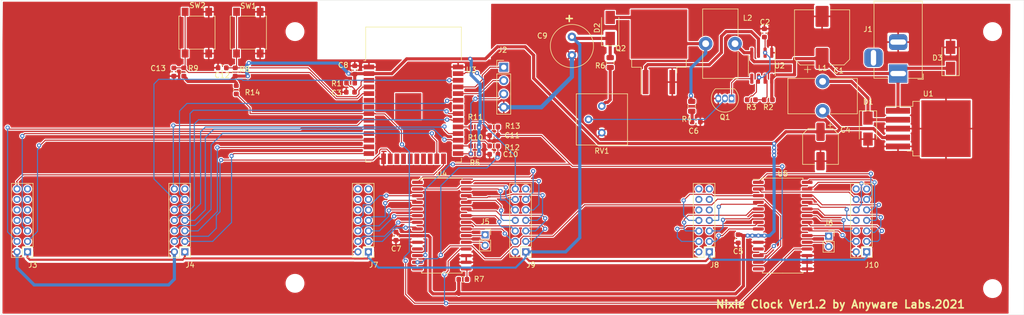
<source format=kicad_pcb>
(kicad_pcb (version 20171130) (host pcbnew "(5.1.2-1)-1")
  (layers (0 F.Cu signal) (31 B.Cu signal) (34 B.Paste user) (35 F.Paste user) (36 B.SilkS user) (37 F.SilkS user) (38 B.Mask user) (39 F.Mask user) (44 Edge.Cuts user))
  (net 0 "")
  (net 1 /+12V)
  (net 2 GND)
  (net 3 "Net-(C2-Pad1)")
  (net 4 "Net-(C3-Pad1)")
  (net 5 +3V3)
  (net 6 "Net-(C6-Pad1)")
  (net 7 VDDA)
  (net 8 "Net-(D1-Pad1)")
  (net 9 "Net-(D2-Pad2)")
  (net 10 "Net-(J2-Pad1)")
  (net 11 "Net-(J2-Pad2)")
  (net 12 "Net-(J2-Pad3)")
  (net 13 /H1R)
  (net 14 /H1L)
  (net 15 "Net-(J3-Pad12)")
  (net 16 "Net-(J3-Pad11)")
  (net 17 "Net-(J3-Pad10)")
  (net 18 "Net-(J3-Pad9)")
  (net 19 "Net-(J3-Pad8)")
  (net 20 "Net-(J3-Pad7)")
  (net 21 "Net-(J3-Pad6)")
  (net 22 /H12)
  (net 23 /H11)
  (net 24 /H10)
  (net 25 /H00)
  (net 26 /H01)
  (net 27 /H02)
  (net 28 /H03)
  (net 29 /H04)
  (net 30 /H05)
  (net 31 /H06)
  (net 32 /H07)
  (net 33 /H08)
  (net 34 /H09)
  (net 35 /H0L)
  (net 36 /H0R)
  (net 37 "Net-(J5-Pad2)")
  (net 38 "Net-(J5-Pad1)")
  (net 39 "Net-(J6-Pad1)")
  (net 40 "Net-(J6-Pad2)")
  (net 41 /M1R)
  (net 42 /M1L)
  (net 43 "Net-(J7-Pad12)")
  (net 44 "Net-(J7-Pad11)")
  (net 45 "Net-(J7-Pad10)")
  (net 46 "Net-(J7-Pad9)")
  (net 47 /M15)
  (net 48 /M14)
  (net 49 /M13)
  (net 50 /M12)
  (net 51 /M11)
  (net 52 /M10)
  (net 53 /S1R)
  (net 54 /S1L)
  (net 55 "Net-(J8-Pad12)")
  (net 56 "Net-(J8-Pad11)")
  (net 57 "Net-(J8-Pad10)")
  (net 58 "Net-(J8-Pad9)")
  (net 59 /S15)
  (net 60 /S14)
  (net 61 /S13)
  (net 62 /S12)
  (net 63 /S11)
  (net 64 /S10)
  (net 65 /M00)
  (net 66 /M01)
  (net 67 /M02)
  (net 68 /M03)
  (net 69 /M04)
  (net 70 /M05)
  (net 71 /M06)
  (net 72 /M07)
  (net 73 /M08)
  (net 74 /M09)
  (net 75 /M0L)
  (net 76 /M0R)
  (net 77 /S00)
  (net 78 /S01)
  (net 79 /S02)
  (net 80 /S03)
  (net 81 /S04)
  (net 82 /S05)
  (net 83 /S06)
  (net 84 /S07)
  (net 85 /S08)
  (net 86 /S09)
  (net 87 /S0L)
  (net 88 /S0R)
  (net 89 "Net-(Q1-Pad2)")
  (net 90 "Net-(Q1-Pad1)")
  (net 91 "Net-(Q2-Pad1)")
  (net 92 "Net-(R2-Pad2)")
  (net 93 "Net-(R6-Pad2)")
  (net 94 "Net-(R7-Pad2)")
  (net 95 /IO_RESET)
  (net 96 "Net-(U3-Pad18)")
  (net 97 "Net-(U3-Pad19)")
  (net 98 /SCK)
  (net 99 /SDA)
  (net 100 "Net-(U3-Pad32)")
  (net 101 "Net-(U4-Pad14)")
  (net 102 "Net-(U4-Pad11)")
  (net 103 "Net-(U5-Pad11)")
  (net 104 "Net-(U5-Pad14)")
  (net 105 /SDA_1)
  (net 106 /SCK_1)
  (net 107 "Net-(U3-Pad6)")
  (net 108 "Net-(U3-Pad7)")
  (net 109 "Net-(U3-Pad17)")
  (net 110 "Net-(U3-Pad20)")
  (net 111 "Net-(U3-Pad21)")
  (net 112 "Net-(U3-Pad22)")
  (net 113 "Net-(C12-Pad1)")
  (net 114 "Net-(C13-Pad1)")
  (module Resistor_SMD:R_0805_2012Metric (layer F.Cu) (at 166.1 97.9 270)
    (fp_text reference R6 (at 0.6 1.9 180) (layer F.SilkS))
    (fp_text value 220K)
    (pad 2 smd roundrect (at 0.9375 0 270) (size 0.975 1.4) (layers F.Cu F.Paste F.Mask) (net 93 "Net-(R6-Pad2)"))
    (pad 1 smd roundrect (at -0.9375 0 270) (size 0.975 1.4) (layers F.Cu F.Paste F.Mask) (net 7 VDDA))
  )
  (module MountingHole:MountingHole_3.2mm_M3 (layer F.Cu) (at 106 140)
    (fp_text reference REF** hide)
    (fp_text value MountingHole_3.2mm_M3)
    (pad "" np_thru_hole circle (at 0 0) (size 3.2 3.2) (drill 3.2) (layers *.Cu *.Mask))
  )
  (module MountingHole:MountingHole_3.2mm_M3 (layer F.Cu) (at 106 92)
    (fp_text reference REF** hide)
    (fp_text value MountingHole_3.2mm_M3)
    (pad "" np_thru_hole circle (at 0 0) (size 3.2 3.2) (drill 3.2) (layers *.Cu *.Mask))
  )
  (module MountingHole:MountingHole_3.2mm_M3 (layer F.Cu) (at 239 92)
    (fp_text reference REF** hide)
    (fp_text value MountingHole_3.2mm_M3)
    (pad "" np_thru_hole circle (at 0 0) (size 3.2 3.2) (drill 3.2) (layers *.Cu *.Mask))
  )
  (module MountingHole:MountingHole_3.2mm_M3 (layer F.Cu) (at 239 141)
    (fp_text reference REF** hide)
    (fp_text value MountingHole_3.2mm_M3)
    (pad "" np_thru_hole circle (at 0 0) (size 3.2 3.2) (drill 3.2) (layers *.Cu *.Mask))
  )
  (module Package_SO:SOIC-8_3.9x4.9mm_P1.27mm (layer F.Cu) (at 195 98.5 270)
    (fp_text reference U2 (at 0 -3.4 180) (layer F.SilkS))
    (fp_text value LM555)
    (pad 8 smd roundrect (at 2.475 -1.905 270) (size 1.95 0.6) (layers F.Cu F.Paste F.Mask) (net 1 /+12V))
    (pad 7 smd roundrect (at 2.475 -0.635 270) (size 1.95 0.6) (layers F.Cu F.Paste F.Mask) (net 92 "Net-(R2-Pad2)"))
    (pad 6 smd roundrect (at 2.475 0.635 270) (size 1.95 0.6) (layers F.Cu F.Paste F.Mask) (net 3 "Net-(C2-Pad1)"))
    (pad 5 smd roundrect (at 2.475 1.905 270) (size 1.95 0.6) (layers F.Cu F.Paste F.Mask) (net 90 "Net-(Q1-Pad1)"))
    (pad 4 smd roundrect (at -2.475 1.905 270) (size 1.95 0.6) (layers F.Cu F.Paste F.Mask) (net 1 /+12V))
    (pad 3 smd roundrect (at -2.475 0.635 270) (size 1.95 0.6) (layers F.Cu F.Paste F.Mask) (net 91 "Net-(Q2-Pad1)"))
    (pad 2 smd roundrect (at -2.475 -0.635 270) (size 1.95 0.6) (layers F.Cu F.Paste F.Mask) (net 3 "Net-(C2-Pad1)"))
    (pad 1 smd roundrect (at -2.475 -1.905 270) (size 1.95 0.6) (layers F.Cu F.Paste F.Mask) (net 2 GND))
  )
  (module Connector_PinHeader_2.00mm:PinHeader_2x07_P2.00mm_Vertical (layer F.Cu) (at 55 134 180)
    (fp_text reference J3 (at -1 -2.5) (layer F.SilkS))
    (fp_text value 2mm-2x7)
    (pad 14 thru_hole oval (at 2 12 180) (size 1.35 1.35) (drill 0.8) (layers *.Cu *.Mask) (net 13 /H1R))
    (pad 13 thru_hole oval (at 0 12 180) (size 1.35 1.35) (drill 0.8) (layers *.Cu *.Mask) (net 14 /H1L))
    (pad 12 thru_hole oval (at 2 10 180) (size 1.35 1.35) (drill 0.8) (layers *.Cu *.Mask) (net 15 "Net-(J3-Pad12)"))
    (pad 11 thru_hole oval (at 0 10 180) (size 1.35 1.35) (drill 0.8) (layers *.Cu *.Mask) (net 16 "Net-(J3-Pad11)"))
    (pad 10 thru_hole oval (at 2 8 180) (size 1.35 1.35) (drill 0.8) (layers *.Cu *.Mask) (net 17 "Net-(J3-Pad10)"))
    (pad 9 thru_hole oval (at 0 8 180) (size 1.35 1.35) (drill 0.8) (layers *.Cu *.Mask) (net 18 "Net-(J3-Pad9)"))
    (pad 8 thru_hole oval (at 2 6 180) (size 1.35 1.35) (drill 0.8) (layers *.Cu *.Mask) (net 19 "Net-(J3-Pad8)"))
    (pad 7 thru_hole oval (at 0 6 180) (size 1.35 1.35) (drill 0.8) (layers *.Cu *.Mask) (net 20 "Net-(J3-Pad7)"))
    (pad 6 thru_hole oval (at 2 4 180) (size 1.35 1.35) (drill 0.8) (layers *.Cu *.Mask) (net 21 "Net-(J3-Pad6)"))
    (pad 5 thru_hole oval (at 0 4 180) (size 1.35 1.35) (drill 0.8) (layers *.Cu *.Mask) (net 22 /H12))
    (pad 4 thru_hole oval (at 2 2 180) (size 1.35 1.35) (drill 0.8) (layers *.Cu *.Mask) (net 23 /H11))
    (pad 3 thru_hole oval (at 0 2 180) (size 1.35 1.35) (drill 0.8) (layers *.Cu *.Mask) (net 24 /H10))
    (pad 2 thru_hole oval (at 2 0 180) (size 1.35 1.35) (drill 0.8) (layers *.Cu *.Mask) (net 2 GND))
    (pad 1 thru_hole rect (at 0 0 180) (size 1.35 1.35) (drill 0.8) (layers *.Cu *.Mask) (net 7 VDDA))
  )
  (module Connector_PinHeader_2.00mm:PinHeader_2x07_P2.00mm_Vertical (layer F.Cu) (at 85 134 180)
    (fp_text reference J4 (at -1 -2.5) (layer F.SilkS))
    (fp_text value 2mm-2x7)
    (pad 14 thru_hole oval (at 2 12 180) (size 1.35 1.35) (drill 0.8) (layers *.Cu *.Mask) (net 36 /H0R))
    (pad 13 thru_hole oval (at 0 12 180) (size 1.35 1.35) (drill 0.8) (layers *.Cu *.Mask) (net 35 /H0L))
    (pad 12 thru_hole oval (at 2 10 180) (size 1.35 1.35) (drill 0.8) (layers *.Cu *.Mask) (net 34 /H09))
    (pad 11 thru_hole oval (at 0 10 180) (size 1.35 1.35) (drill 0.8) (layers *.Cu *.Mask) (net 33 /H08))
    (pad 10 thru_hole oval (at 2 8 180) (size 1.35 1.35) (drill 0.8) (layers *.Cu *.Mask) (net 32 /H07))
    (pad 9 thru_hole oval (at 0 8 180) (size 1.35 1.35) (drill 0.8) (layers *.Cu *.Mask) (net 31 /H06))
    (pad 8 thru_hole oval (at 2 6 180) (size 1.35 1.35) (drill 0.8) (layers *.Cu *.Mask) (net 30 /H05))
    (pad 7 thru_hole oval (at 0 6 180) (size 1.35 1.35) (drill 0.8) (layers *.Cu *.Mask) (net 29 /H04))
    (pad 6 thru_hole oval (at 2 4 180) (size 1.35 1.35) (drill 0.8) (layers *.Cu *.Mask) (net 28 /H03))
    (pad 5 thru_hole oval (at 0 4 180) (size 1.35 1.35) (drill 0.8) (layers *.Cu *.Mask) (net 27 /H02))
    (pad 4 thru_hole oval (at 2 2 180) (size 1.35 1.35) (drill 0.8) (layers *.Cu *.Mask) (net 26 /H01))
    (pad 3 thru_hole oval (at 0 2 180) (size 1.35 1.35) (drill 0.8) (layers *.Cu *.Mask) (net 25 /H00))
    (pad 2 thru_hole oval (at 2 0 180) (size 1.35 1.35) (drill 0.8) (layers *.Cu *.Mask) (net 2 GND))
    (pad 1 thru_hole rect (at 0 0 180) (size 1.35 1.35) (drill 0.8) (layers *.Cu *.Mask) (net 7 VDDA))
  )
  (module Connector_PinHeader_2.00mm:PinHeader_2x07_P2.00mm_Vertical (layer F.Cu) (at 120 134 180)
    (fp_text reference J7 (at -1 -2.5) (layer F.SilkS))
    (fp_text value 2mm-2x7)
    (pad 14 thru_hole oval (at 2 12 180) (size 1.35 1.35) (drill 0.8) (layers *.Cu *.Mask) (net 41 /M1R))
    (pad 13 thru_hole oval (at 0 12 180) (size 1.35 1.35) (drill 0.8) (layers *.Cu *.Mask) (net 42 /M1L))
    (pad 12 thru_hole oval (at 2 10 180) (size 1.35 1.35) (drill 0.8) (layers *.Cu *.Mask) (net 43 "Net-(J7-Pad12)"))
    (pad 11 thru_hole oval (at 0 10 180) (size 1.35 1.35) (drill 0.8) (layers *.Cu *.Mask) (net 44 "Net-(J7-Pad11)"))
    (pad 10 thru_hole oval (at 2 8 180) (size 1.35 1.35) (drill 0.8) (layers *.Cu *.Mask) (net 45 "Net-(J7-Pad10)"))
    (pad 9 thru_hole oval (at 0 8 180) (size 1.35 1.35) (drill 0.8) (layers *.Cu *.Mask) (net 46 "Net-(J7-Pad9)"))
    (pad 8 thru_hole oval (at 2 6 180) (size 1.35 1.35) (drill 0.8) (layers *.Cu *.Mask) (net 47 /M15))
    (pad 7 thru_hole oval (at 0 6 180) (size 1.35 1.35) (drill 0.8) (layers *.Cu *.Mask) (net 48 /M14))
    (pad 6 thru_hole oval (at 2 4 180) (size 1.35 1.35) (drill 0.8) (layers *.Cu *.Mask) (net 49 /M13))
    (pad 5 thru_hole oval (at 0 4 180) (size 1.35 1.35) (drill 0.8) (layers *.Cu *.Mask) (net 50 /M12))
    (pad 4 thru_hole oval (at 2 2 180) (size 1.35 1.35) (drill 0.8) (layers *.Cu *.Mask) (net 51 /M11))
    (pad 3 thru_hole oval (at 0 2 180) (size 1.35 1.35) (drill 0.8) (layers *.Cu *.Mask) (net 52 /M10))
    (pad 2 thru_hole oval (at 2 0 180) (size 1.35 1.35) (drill 0.8) (layers *.Cu *.Mask) (net 2 GND))
    (pad 1 thru_hole rect (at 0 0 180) (size 1.35 1.35) (drill 0.8) (layers *.Cu *.Mask) (net 7 VDDA))
  )
  (module Connector_PinHeader_2.00mm:PinHeader_2x07_P2.00mm_Vertical (layer F.Cu) (at 185 134 180)
    (fp_text reference J8 (at -1 -2.5) (layer F.SilkS))
    (fp_text value 2mm-2x7)
    (pad 14 thru_hole oval (at 2 12 180) (size 1.35 1.35) (drill 0.8) (layers *.Cu *.Mask) (net 53 /S1R))
    (pad 13 thru_hole oval (at 0 12 180) (size 1.35 1.35) (drill 0.8) (layers *.Cu *.Mask) (net 54 /S1L))
    (pad 12 thru_hole oval (at 2 10 180) (size 1.35 1.35) (drill 0.8) (layers *.Cu *.Mask) (net 55 "Net-(J8-Pad12)"))
    (pad 11 thru_hole oval (at 0 10 180) (size 1.35 1.35) (drill 0.8) (layers *.Cu *.Mask) (net 56 "Net-(J8-Pad11)"))
    (pad 10 thru_hole oval (at 2 8 180) (size 1.35 1.35) (drill 0.8) (layers *.Cu *.Mask) (net 57 "Net-(J8-Pad10)"))
    (pad 9 thru_hole oval (at 0 8 180) (size 1.35 1.35) (drill 0.8) (layers *.Cu *.Mask) (net 58 "Net-(J8-Pad9)"))
    (pad 8 thru_hole oval (at 2 6 180) (size 1.35 1.35) (drill 0.8) (layers *.Cu *.Mask) (net 59 /S15))
    (pad 7 thru_hole oval (at 0 6 180) (size 1.35 1.35) (drill 0.8) (layers *.Cu *.Mask) (net 60 /S14))
    (pad 6 thru_hole oval (at 2 4 180) (size 1.35 1.35) (drill 0.8) (layers *.Cu *.Mask) (net 61 /S13))
    (pad 5 thru_hole oval (at 0 4 180) (size 1.35 1.35) (drill 0.8) (layers *.Cu *.Mask) (net 62 /S12))
    (pad 4 thru_hole oval (at 2 2 180) (size 1.35 1.35) (drill 0.8) (layers *.Cu *.Mask) (net 63 /S11))
    (pad 3 thru_hole oval (at 0 2 180) (size 1.35 1.35) (drill 0.8) (layers *.Cu *.Mask) (net 64 /S10))
    (pad 2 thru_hole oval (at 2 0 180) (size 1.35 1.35) (drill 0.8) (layers *.Cu *.Mask) (net 2 GND))
    (pad 1 thru_hole rect (at 0 0 180) (size 1.35 1.35) (drill 0.8) (layers *.Cu *.Mask) (net 7 VDDA))
  )
  (module Connector_PinHeader_2.00mm:PinHeader_2x07_P2.00mm_Vertical (layer F.Cu) (at 150 134 180)
    (fp_text reference J9 (at -1 -2.5) (layer F.SilkS))
    (fp_text value 2mm-2x7)
    (pad 14 thru_hole oval (at 2 12 180) (size 1.35 1.35) (drill 0.8) (layers *.Cu *.Mask) (net 76 /M0R))
    (pad 13 thru_hole oval (at 0 12 180) (size 1.35 1.35) (drill 0.8) (layers *.Cu *.Mask) (net 75 /M0L))
    (pad 12 thru_hole oval (at 2 10 180) (size 1.35 1.35) (drill 0.8) (layers *.Cu *.Mask) (net 74 /M09))
    (pad 11 thru_hole oval (at 0 10 180) (size 1.35 1.35) (drill 0.8) (layers *.Cu *.Mask) (net 73 /M08))
    (pad 10 thru_hole oval (at 2 8 180) (size 1.35 1.35) (drill 0.8) (layers *.Cu *.Mask) (net 72 /M07))
    (pad 9 thru_hole oval (at 0 8 180) (size 1.35 1.35) (drill 0.8) (layers *.Cu *.Mask) (net 71 /M06))
    (pad 8 thru_hole oval (at 2 6 180) (size 1.35 1.35) (drill 0.8) (layers *.Cu *.Mask) (net 70 /M05))
    (pad 7 thru_hole oval (at 0 6 180) (size 1.35 1.35) (drill 0.8) (layers *.Cu *.Mask) (net 69 /M04))
    (pad 6 thru_hole oval (at 2 4 180) (size 1.35 1.35) (drill 0.8) (layers *.Cu *.Mask) (net 68 /M03))
    (pad 5 thru_hole oval (at 0 4 180) (size 1.35 1.35) (drill 0.8) (layers *.Cu *.Mask) (net 67 /M02))
    (pad 4 thru_hole oval (at 2 2 180) (size 1.35 1.35) (drill 0.8) (layers *.Cu *.Mask) (net 66 /M01))
    (pad 3 thru_hole oval (at 0 2 180) (size 1.35 1.35) (drill 0.8) (layers *.Cu *.Mask) (net 65 /M00))
    (pad 2 thru_hole oval (at 2 0 180) (size 1.35 1.35) (drill 0.8) (layers *.Cu *.Mask) (net 2 GND))
    (pad 1 thru_hole rect (at 0 0 180) (size 1.35 1.35) (drill 0.8) (layers *.Cu *.Mask) (net 7 VDDA))
  )
  (module Connector_PinHeader_2.00mm:PinHeader_2x07_P2.00mm_Vertical (layer F.Cu) (at 215 134 180)
    (fp_text reference J10 (at -1 -2.5) (layer F.SilkS))
    (fp_text value 2mm-2x7)
    (pad 14 thru_hole oval (at 2 12 180) (size 1.35 1.35) (drill 0.8) (layers *.Cu *.Mask) (net 88 /S0R))
    (pad 13 thru_hole oval (at 0 12 180) (size 1.35 1.35) (drill 0.8) (layers *.Cu *.Mask) (net 87 /S0L))
    (pad 12 thru_hole oval (at 2 10 180) (size 1.35 1.35) (drill 0.8) (layers *.Cu *.Mask) (net 86 /S09))
    (pad 11 thru_hole oval (at 0 10 180) (size 1.35 1.35) (drill 0.8) (layers *.Cu *.Mask) (net 85 /S08))
    (pad 10 thru_hole oval (at 2 8 180) (size 1.35 1.35) (drill 0.8) (layers *.Cu *.Mask) (net 84 /S07))
    (pad 9 thru_hole oval (at 0 8 180) (size 1.35 1.35) (drill 0.8) (layers *.Cu *.Mask) (net 83 /S06))
    (pad 8 thru_hole oval (at 2 6 180) (size 1.35 1.35) (drill 0.8) (layers *.Cu *.Mask) (net 82 /S05))
    (pad 7 thru_hole oval (at 0 6 180) (size 1.35 1.35) (drill 0.8) (layers *.Cu *.Mask) (net 81 /S04))
    (pad 6 thru_hole oval (at 2 4 180) (size 1.35 1.35) (drill 0.8) (layers *.Cu *.Mask) (net 80 /S03))
    (pad 5 thru_hole oval (at 0 4 180) (size 1.35 1.35) (drill 0.8) (layers *.Cu *.Mask) (net 79 /S02))
    (pad 4 thru_hole oval (at 2 2 180) (size 1.35 1.35) (drill 0.8) (layers *.Cu *.Mask) (net 78 /S01))
    (pad 3 thru_hole oval (at 0 2 180) (size 1.35 1.35) (drill 0.8) (layers *.Cu *.Mask) (net 77 /S00))
    (pad 2 thru_hole oval (at 2 0 180) (size 1.35 1.35) (drill 0.8) (layers *.Cu *.Mask) (net 2 GND))
    (pad 1 thru_hole rect (at 0 0 180) (size 1.35 1.35) (drill 0.8) (layers *.Cu *.Mask) (net 7 VDDA))
  )
  (module Capacitor_SMD:CP_Elec_10x10 (layer F.Cu) (at 206.5 93.1 90)
    (fp_text reference C1 (at -6.35 3.15 180) (layer F.SilkS))
    (fp_text value 470uF/25V)
    (pad 1 smd roundrect (at -4 0 90) (size 4 2.5) (layers F.Cu F.Paste F.Mask) (roundrect_rratio 0.1) (net 1 /+12V))
    (pad 2 smd roundrect (at 4 0 90) (size 4 2.5) (layers F.Cu F.Paste F.Mask) (roundrect_rratio 0.1) (net 2 GND))
  )
  (module Capacitor_SMD:C_0603_1608Metric (layer F.Cu) (at 195.5 92.25 90)
    (fp_text reference C2 (at 2.05 0.1 180) (layer F.SilkS))
    (fp_text value 2n2)
    (pad 2 smd roundrect (at 0.7875 0 90) (size 0.875 0.95) (layers F.Cu F.Paste F.Mask) (net 2 GND))
    (pad 1 smd roundrect (at -0.7875 0 90) (size 0.875 0.95) (layers F.Cu F.Paste F.Mask) (net 3 "Net-(C2-Pad1)"))
  )
  (module Capacitor_SMD:C_0603_1608Metric (layer F.Cu) (at 116.5625 103.55 180)
    (fp_text reference C3 (at 2.6625 -0.15) (layer F.SilkS))
    (fp_text value 100nF)
    (pad 2 smd roundrect (at 0.7875 0 180) (size 0.875 0.95) (layers F.Cu F.Paste F.Mask) (net 2 GND))
    (pad 1 smd roundrect (at -0.7875 0 180) (size 0.875 0.95) (layers F.Cu F.Paste F.Mask) (net 4 "Net-(C3-Pad1)"))
  )
  (module Capacitor_SMD:CP_Elec_6.3x5.9 (layer F.Cu) (at 206.2 113.9 270)
    (fp_text reference C4 (at -3.15 -4.75 180) (layer F.SilkS))
    (fp_text value 100uF/6.3V)
    (pad 1 smd roundrect (at -2.8 0 270) (size 3.5 1.6) (layers F.Cu F.Paste F.Mask) (roundrect_rratio 0.15625) (net 5 +3V3))
    (pad 2 smd roundrect (at 2.8 0 270) (size 3.5 1.6) (layers F.Cu F.Paste F.Mask) (roundrect_rratio 0.15625) (net 2 GND))
  )
  (module Capacitor_SMD:C_0603_1608Metric (layer F.Cu) (at 190.5 131.5 270)
    (fp_text reference C5 (at 2.4 0 180) (layer F.SilkS))
    (fp_text value 100nF)
    (pad 1 smd roundrect (at -0.7875 0 270) (size 0.875 0.95) (layers F.Cu F.Paste F.Mask) (net 5 +3V3))
    (pad 2 smd roundrect (at 0.7875 0 270) (size 0.875 0.95) (layers F.Cu F.Paste F.Mask) (net 2 GND))
  )
  (module Capacitor_SMD:C_0603_1608Metric (layer F.Cu) (at 182.5 109.2)
    (fp_text reference C6 (at -0.4875 1.75) (layer F.SilkS))
    (fp_text value 100pF)
    (pad 1 smd roundrect (at -0.7875 0) (size 0.875 0.95) (layers F.Cu F.Paste F.Mask) (net 6 "Net-(C6-Pad1)"))
    (pad 2 smd roundrect (at 0.7875 0) (size 0.875 0.95) (layers F.Cu F.Paste F.Mask) (net 2 GND))
  )
  (module Capacitor_SMD:C_0603_1608Metric (layer F.Cu) (at 125.25 131 270)
    (fp_text reference C7 (at 2.4 -0.05 180) (layer F.SilkS))
    (fp_text value 100nF)
    (pad 2 smd roundrect (at 0.7875 0 270) (size 0.875 0.95) (layers F.Cu F.Paste F.Mask) (net 2 GND))
    (pad 1 smd roundrect (at -0.7875 0 270) (size 0.875 0.95) (layers F.Cu F.Paste F.Mask) (net 5 +3V3))
  )
  (module Capacitor_SMD:C_0603_1608Metric (layer F.Cu) (at 117.4 99.3125 90)
    (fp_text reference C8 (at 0.9125 -2.2 180) (layer F.SilkS))
    (fp_text value 100nF)
    (pad 1 smd roundrect (at -0.7875 0 90) (size 0.875 0.95) (layers F.Cu F.Paste F.Mask) (net 5 +3V3))
    (pad 2 smd roundrect (at 0.7875 0 90) (size 0.875 0.95) (layers F.Cu F.Paste F.Mask) (net 2 GND))
  )
  (module Capacitor_THT:C_Radial_D8.0mm_H11.5mm_P3.50mm (layer F.Cu) (at 158.8 93 270)
    (fp_text reference C9 (at -0.2 5.65 180) (layer F.SilkS))
    (fp_text value 4.7uF/200V)
    (pad 1 thru_hole circle (at 0 0 270) (size 1.6 1.6) (drill 0.8) (layers *.Cu *.Mask) (net 7 VDDA))
    (pad 2 thru_hole circle (at 3.5 0 270) (size 1.6 1.6) (drill 0.8) (layers *.Cu *.Mask) (net 2 GND))
  )
  (module Diode_SMD:D_SMA (layer F.Cu) (at 215.25 110.5 270)
    (fp_text reference D1 (at -5.1 -0.05 180) (layer F.SilkS))
    (fp_text value UF4004)
    (pad 1 smd rect (at -2 0 270) (size 2.5 1.8) (layers F.Cu F.Paste F.Mask) (net 8 "Net-(D1-Pad1)"))
    (pad 2 smd rect (at 2 0 270) (size 2.5 1.8) (layers F.Cu F.Paste F.Mask) (net 2 GND))
  )
  (module Diode_SMD:D_SMA (layer F.Cu) (at 166.1 91.3 90)
    (fp_text reference D2 (at 0 -2.5 90) (layer F.SilkS))
    (fp_text value UF4004)
    (pad 2 smd rect (at 2 0 90) (size 2.5 1.8) (layers F.Cu F.Paste F.Mask) (net 9 "Net-(D2-Pad2)"))
    (pad 1 smd rect (at -2 0 90) (size 2.5 1.8) (layers F.Cu F.Paste F.Mask) (net 7 VDDA))
  )
  (module Connector_BarrelJack:BarrelJack_Horizontal (layer F.Cu) (at 221 100 270)
    (fp_text reference J1 (at -8.45 5.75 180) (layer F.SilkS))
    (fp_text value DC-JACK)
    (pad 1 thru_hole rect (at 0 0 270) (size 3.5 3.5) (drill oval 1 3) (layers *.Cu *.Mask) (net 1 /+12V))
    (pad 2 thru_hole roundrect (at -6 0 270) (size 3 3.5) (drill oval 1 3) (layers *.Cu *.Mask) (net 2 GND))
    (pad 3 thru_hole roundrect (at -3 4.7 270) (size 3.5 3.5) (drill oval 3 1) (layers *.Cu *.Mask))
  )
  (module Connector_PinHeader_2.54mm:PinHeader_1x04_P2.54mm_Vertical (layer F.Cu) (at 145.8 98.8)
    (fp_text reference J2 (at -0.2 -3.3) (layer F.SilkS))
    (fp_text value 2.54mm_1x4)
    (pad 1 thru_hole rect (at 0 0) (size 1.7 1.7) (drill 1) (layers *.Cu *.Mask) (net 10 "Net-(J2-Pad1)"))
    (pad 2 thru_hole oval (at 0 2.54) (size 1.7 1.7) (drill 1) (layers *.Cu *.Mask) (net 11 "Net-(J2-Pad2)"))
    (pad 3 thru_hole oval (at 0 5.08) (size 1.7 1.7) (drill 1) (layers *.Cu *.Mask) (net 12 "Net-(J2-Pad3)"))
    (pad 4 thru_hole oval (at 0 7.62) (size 1.7 1.7) (drill 1) (layers *.Cu *.Mask) (net 2 GND))
  )
  (module Connector_PinSocket_2.00mm:PinSocket_1x02_P2.00mm_Vertical (layer F.Cu) (at 142.25 130.75)
    (fp_text reference J5 (at 0 -2.5) (layer F.SilkS))
    (fp_text value 2mm_1x2)
    (pad 2 thru_hole oval (at 0 2) (size 1.35 1.35) (drill 0.8) (layers *.Cu *.Mask) (net 37 "Net-(J5-Pad2)"))
    (pad 1 thru_hole rect (at 0 0) (size 1.35 1.35) (drill 0.8) (layers *.Cu *.Mask) (net 38 "Net-(J5-Pad1)"))
  )
  (module Connector_PinSocket_2.00mm:PinSocket_1x02_P2.00mm_Vertical (layer F.Cu) (at 207.75 131)
    (fp_text reference J6 (at 0 -2.5) (layer F.SilkS))
    (fp_text value 2mm_1x2)
    (pad 1 thru_hole rect (at 0 0) (size 1.35 1.35) (drill 0.8) (layers *.Cu *.Mask) (net 39 "Net-(J6-Pad1)"))
    (pad 2 thru_hole oval (at 0 2) (size 1.35 1.35) (drill 0.8) (layers *.Cu *.Mask) (net 40 "Net-(J6-Pad2)"))
  )
  (module Inductor_THT:L_Toroid_Vertical_L13.0mm_W6.5mm_P5.60mm (layer F.Cu) (at 206.6 101.5)
    (fp_text reference L1 (at 0 -2.55) (layer F.SilkS))
    (fp_text value 100uH/3A)
    (pad 1 thru_hole circle (at 0 0) (size 2.6 2.6) (drill 1.3) (layers *.Cu *.Mask) (net 8 "Net-(D1-Pad1)"))
    (pad 2 thru_hole circle (at 0 5.6) (size 2.6 2.6) (drill 1.3) (layers *.Cu *.Mask) (net 5 +3V3))
  )
  (module Inductor_THT:L_Toroid_Vertical_L13.0mm_W6.5mm_P5.60mm (layer F.Cu) (at 189.9 94.3 270)
    (fp_text reference L2 (at -4.9 -2.4 180) (layer F.SilkS))
    (fp_text value 100uH/3A)
    (pad 2 thru_hole circle (at 0 5.6 270) (size 2.6 2.6) (drill 1.3) (layers *.Cu *.Mask) (net 9 "Net-(D2-Pad2)"))
    (pad 1 thru_hole circle (at 0 0 270) (size 2.6 2.6) (drill 1.3) (layers *.Cu *.Mask) (net 1 /+12V))
  )
  (module Package_TO_SOT_THT:TO-92_Inline (layer F.Cu) (at 189.25 104.75 180)
    (fp_text reference Q1 (at 1.27 -3.56) (layer F.SilkS))
    (fp_text value BC547)
    (pad 2 thru_hole oval (at 1.27 0 180) (size 1.05 1.5) (drill 0.75) (layers *.Cu *.Mask) (net 89 "Net-(Q1-Pad2)"))
    (pad 3 thru_hole oval (at 2.54 0 180) (size 1.05 1.5) (drill 0.75) (layers *.Cu *.Mask) (net 2 GND))
    (pad 1 thru_hole rect (at 0 0 180) (size 1.05 1.5) (drill 0.75) (layers *.Cu *.Mask) (net 90 "Net-(Q1-Pad1)"))
  )
  (module Package_TO_SOT_SMD:TO-263-2 (layer F.Cu) (at 175.4 95.85 90)
    (fp_text reference Q2 (at 0.65 -7.3 180) (layer F.SilkS))
    (fp_text value IRF740)
    (pad 1 smd rect (at -5.775 -2.54 90) (size 4.6 1.1) (layers F.Cu F.Paste F.Mask) (net 91 "Net-(Q2-Pad1)"))
    (pad 3 smd rect (at -5.775 2.54 90) (size 4.6 1.1) (layers F.Cu F.Paste F.Mask) (net 2 GND))
    (pad 2 smd rect (at 3.375 0 90) (size 9.4 10.8) (layers F.Cu F.Mask) (net 9 "Net-(D2-Pad2)"))
  )
  (module Resistor_SMD:R_0603_1608Metric (layer F.Cu) (at 116.6 101.8 180)
    (fp_text reference R1 (at 2.7 -0.1) (layer F.SilkS))
    (fp_text value 10K)
    (pad 2 smd roundrect (at 0.7875 0 180) (size 0.875 0.95) (layers F.Cu F.Paste F.Mask) (net 4 "Net-(C3-Pad1)"))
    (pad 1 smd roundrect (at -0.7875 0 180) (size 0.875 0.95) (layers F.Cu F.Paste F.Mask) (net 5 +3V3))
  )
  (module Resistor_SMD:R_0603_1608Metric (layer F.Cu) (at 196.25 105 180)
    (fp_text reference R2 (at 0 -1.43) (layer F.SilkS))
    (fp_text value 1K)
    (pad 1 smd roundrect (at -0.7875 0 180) (size 0.875 0.95) (layers F.Cu F.Paste F.Mask) (net 1 /+12V))
    (pad 2 smd roundrect (at 0.7875 0 180) (size 0.875 0.95) (layers F.Cu F.Paste F.Mask) (net 92 "Net-(R2-Pad2)"))
  )
  (module Resistor_SMD:R_0603_1608Metric (layer F.Cu) (at 193 105 180)
    (fp_text reference R3 (at 0 -1.43) (layer F.SilkS))
    (fp_text value 10K)
    (pad 2 smd roundrect (at 0.7875 0 180) (size 0.875 0.95) (layers F.Cu F.Paste F.Mask) (net 3 "Net-(C2-Pad1)"))
    (pad 1 smd roundrect (at -0.7875 0 180) (size 0.875 0.95) (layers F.Cu F.Paste F.Mask) (net 92 "Net-(R2-Pad2)"))
  )
  (module Resistor_SMD:R_0805_2012Metric (layer F.Cu) (at 181.65 106.25 270)
    (fp_text reference R4 (at 2.45 0.95 180) (layer F.SilkS))
    (fp_text value 2K2)
    (pad 1 smd roundrect (at -0.9375 0 270) (size 0.975 1.4) (layers F.Cu F.Paste F.Mask) (net 9 "Net-(D2-Pad2)"))
    (pad 2 smd roundrect (at 0.9375 0 270) (size 0.975 1.4) (layers F.Cu F.Paste F.Mask) (net 6 "Net-(C6-Pad1)"))
  )
  (module Resistor_SMD:R_0603_1608Metric (layer F.Cu) (at 140.3125 115.3 180)
    (fp_text reference R5 (at 0.0125 -1.7) (layer F.SilkS))
    (fp_text value 10K)
    (pad 1 smd roundrect (at -0.7875 0 180) (size 0.875 0.95) (layers F.Cu F.Paste F.Mask) (net 5 +3V3))
    (pad 2 smd roundrect (at 0.7875 0 180) (size 0.875 0.95) (layers F.Cu F.Paste F.Mask) (net 12 "Net-(J2-Pad3)"))
  )
  (module Resistor_SMD:R_0603_1608Metric (layer F.Cu) (at 138 139.25)
    (fp_text reference R7 (at 3.1 -0.05) (layer F.SilkS))
    (fp_text value 10K)
    (pad 1 smd roundrect (at -0.7875 0) (size 0.875 0.95) (layers F.Cu F.Paste F.Mask) (net 5 +3V3))
    (pad 2 smd roundrect (at 0.7875 0) (size 0.875 0.95) (layers F.Cu F.Paste F.Mask) (net 94 "Net-(R7-Pad2)"))
  )
  (module Potentiometer_THT:Potentiometer_Bourns_3386P_Vertical (layer F.Cu) (at 164.5 106.2 180)
    (fp_text reference RV1 (at -0.015 -8.555) (layer F.SilkS))
    (fp_text value 1K)
    (pad 3 thru_hole circle (at 0 -5.08 180) (size 1.44 1.44) (drill 0.8) (layers *.Cu *.Mask) (net 2 GND))
    (pad 2 thru_hole circle (at 2.54 -2.54 180) (size 1.44 1.44) (drill 0.8) (layers *.Cu *.Mask) (net 89 "Net-(Q1-Pad2)"))
    (pad 1 thru_hole circle (at 0 0 180) (size 1.44 1.44) (drill 0.8) (layers *.Cu *.Mask) (net 93 "Net-(R6-Pad2)"))
  )
  (module Package_TO_SOT_SMD:TO-263-5_TabPin3 (layer F.Cu) (at 226.75 110.5)
    (fp_text reference U1 (at 0 -6.65) (layer F.SilkS))
    (fp_text value LM2576S-3.3)
    (pad 1 smd rect (at -5.775 -3.4) (size 4.6 1.1) (layers F.Cu F.Paste F.Mask) (net 1 /+12V))
    (pad 2 smd rect (at -5.775 -1.7) (size 4.6 1.1) (layers F.Cu F.Paste F.Mask) (net 8 "Net-(D1-Pad1)"))
    (pad 3 smd rect (at -5.775 0) (size 4.6 1.1) (layers F.Cu F.Paste F.Mask) (net 2 GND))
    (pad 4 smd rect (at -5.775 1.7) (size 4.6 1.1) (layers F.Cu F.Paste F.Mask) (net 5 +3V3))
    (pad 5 smd rect (at -5.775 3.4) (size 4.6 1.1) (layers F.Cu F.Paste F.Mask) (net 2 GND))
    (pad 3 smd rect (at 3.375 0) (size 9.4 10.8) (layers F.Cu F.Mask) (net 2 GND))
  )
  (module RF_Module:ESP32-WROOM-32 (layer F.Cu) (at 128.6 107)
    (fp_text reference U3 (at 11 -7.715 180) (layer F.SilkS))
    (fp_text value ESP32-WROOM-32)
    (pad 39 smd rect (at -1 -0.755) (size 5 5) (layers F.Cu F.Paste F.Mask))
    (pad 1 smd rect (at -8.5 -8.255) (size 2 0.9) (layers F.Cu F.Paste F.Mask) (net 2 GND))
    (pad 2 smd rect (at -8.5 -6.985) (size 2 0.9) (layers F.Cu F.Paste F.Mask) (net 5 +3V3))
    (pad 3 smd rect (at -8.5 -5.715) (size 2 0.9) (layers F.Cu F.Paste F.Mask) (net 4 "Net-(C3-Pad1)"))
    (pad 4 smd rect (at -8.5 -4.445) (size 2 0.9) (layers F.Cu F.Paste F.Mask) (net 113 "Net-(C12-Pad1)"))
    (pad 5 smd rect (at -8.5 -3.175) (size 2 0.9) (layers F.Cu F.Paste F.Mask) (net 114 "Net-(C13-Pad1)"))
    (pad 6 smd rect (at -8.5 -1.905) (size 2 0.9) (layers F.Cu F.Paste F.Mask) (net 107 "Net-(U3-Pad6)"))
    (pad 7 smd rect (at -8.5 -0.635) (size 2 0.9) (layers F.Cu F.Paste F.Mask) (net 108 "Net-(U3-Pad7)"))
    (pad 8 smd rect (at -8.5 0.635) (size 2 0.9) (layers F.Cu F.Paste F.Mask) (net 95 /IO_RESET))
    (pad 9 smd rect (at -8.5 1.905) (size 2 0.9) (layers F.Cu F.Paste F.Mask) (net 36 /H0R))
    (pad 10 smd rect (at -8.5 3.175) (size 2 0.9) (layers F.Cu F.Paste F.Mask) (net 23 /H11))
    (pad 11 smd rect (at -8.5 4.445) (size 2 0.9) (layers F.Cu F.Paste F.Mask) (net 22 /H12))
    (pad 12 smd rect (at -8.5 5.715) (size 2 0.9) (layers F.Cu F.Paste F.Mask) (net 24 /H10))
    (pad 13 smd rect (at -8.5 6.985) (size 2 0.9) (layers F.Cu F.Paste F.Mask) (net 27 /H02))
    (pad 14 smd rect (at -8.5 8.255) (size 2 0.9) (layers F.Cu F.Paste F.Mask) (net 25 /H00))
    (pad 15 smd rect (at -5.715 9.255 90) (size 2 0.9) (layers F.Cu F.Paste F.Mask) (net 2 GND))
    (pad 16 smd rect (at -4.445 9.255 90) (size 2 0.9) (layers F.Cu F.Paste F.Mask) (net 26 /H01))
    (pad 17 smd rect (at -3.175 9.255 90) (size 2 0.9) (layers F.Cu F.Paste F.Mask) (net 109 "Net-(U3-Pad17)"))
    (pad 18 smd rect (at -1.905 9.255 90) (size 2 0.9) (layers F.Cu F.Paste F.Mask) (net 96 "Net-(U3-Pad18)"))
    (pad 19 smd rect (at -0.635 9.255 90) (size 2 0.9) (layers F.Cu F.Paste F.Mask) (net 97 "Net-(U3-Pad19)"))
    (pad 20 smd rect (at 0.635 9.255 90) (size 2 0.9) (layers F.Cu F.Paste F.Mask) (net 110 "Net-(U3-Pad20)"))
    (pad 21 smd rect (at 1.905 9.255 90) (size 2 0.9) (layers F.Cu F.Paste F.Mask) (net 111 "Net-(U3-Pad21)"))
    (pad 22 smd rect (at 3.175 9.255 90) (size 2 0.9) (layers F.Cu F.Paste F.Mask) (net 112 "Net-(U3-Pad22)"))
    (pad 23 smd rect (at 4.445 9.255 90) (size 2 0.9) (layers F.Cu F.Paste F.Mask) (net 28 /H03))
    (pad 24 smd rect (at 5.715 9.255 90) (size 2 0.9) (layers F.Cu F.Paste F.Mask) (net 13 /H1R))
    (pad 25 smd rect (at 8.5 8.255) (size 2 0.9) (layers F.Cu F.Paste F.Mask) (net 12 "Net-(J2-Pad3)"))
    (pad 26 smd rect (at 8.5 6.985) (size 2 0.9) (layers F.Cu F.Paste F.Mask) (net 99 /SDA))
    (pad 27 smd rect (at 8.5 5.715) (size 2 0.9) (layers F.Cu F.Paste F.Mask) (net 29 /H04))
    (pad 28 smd rect (at 8.5 4.445) (size 2 0.9) (layers F.Cu F.Paste F.Mask) (net 30 /H05))
    (pad 29 smd rect (at 8.5 3.175) (size 2 0.9) (layers F.Cu F.Paste F.Mask) (net 98 /SCK))
    (pad 30 smd rect (at 8.5 1.905) (size 2 0.9) (layers F.Cu F.Paste F.Mask) (net 31 /H06))
    (pad 31 smd rect (at 8.5 0.635) (size 2 0.9) (layers F.Cu F.Paste F.Mask) (net 32 /H07))
    (pad 32 smd rect (at 8.5 -0.635) (size 2 0.9) (layers F.Cu F.Paste F.Mask) (net 100 "Net-(U3-Pad32)"))
    (pad 33 smd rect (at 8.5 -1.905) (size 2 0.9) (layers F.Cu F.Paste F.Mask) (net 33 /H08))
    (pad 34 smd rect (at 8.5 -3.175) (size 2 0.9) (layers F.Cu F.Paste F.Mask) (net 11 "Net-(J2-Pad2)"))
    (pad 35 smd rect (at 8.5 -4.445) (size 2 0.9) (layers F.Cu F.Paste F.Mask) (net 10 "Net-(J2-Pad1)"))
    (pad 36 smd rect (at 8.5 -5.715) (size 2 0.9) (layers F.Cu F.Paste F.Mask) (net 34 /H09))
    (pad 37 smd rect (at 8.5 -6.985) (size 2 0.9) (layers F.Cu F.Paste F.Mask) (net 76 /M0R))
    (pad 38 smd rect (at 8.5 -8.255) (size 2 0.9) (layers F.Cu F.Paste F.Mask) (net 2 GND))
  )
  (module Package_SO:SOIC-28W_7.5x17.9mm_P1.27mm (layer F.Cu) (at 134 129)
    (fp_text reference U4 (at 0 -9.9) (layer F.SilkS))
    (fp_text value MCP23017_SO)
    (pad 28 smd roundrect (at 4.65 -8.255) (size 2.05 0.6) (layers F.Cu F.Paste F.Mask) (net 71 /M06))
    (pad 27 smd roundrect (at 4.65 -6.985) (size 2.05 0.6) (layers F.Cu F.Paste F.Mask) (net 72 /M07))
    (pad 26 smd roundrect (at 4.65 -5.715) (size 2.05 0.6) (layers F.Cu F.Paste F.Mask) (net 69 /M04))
    (pad 25 smd roundrect (at 4.65 -4.445) (size 2.05 0.6) (layers F.Cu F.Paste F.Mask) (net 70 /M05))
    (pad 24 smd roundrect (at 4.65 -3.175) (size 2.05 0.6) (layers F.Cu F.Paste F.Mask) (net 67 /M02))
    (pad 23 smd roundrect (at 4.65 -1.905) (size 2.05 0.6) (layers F.Cu F.Paste F.Mask) (net 68 /M03))
    (pad 22 smd roundrect (at 4.65 -0.635) (size 2.05 0.6) (layers F.Cu F.Paste F.Mask) (net 65 /M00))
    (pad 21 smd roundrect (at 4.65 0.635) (size 2.05 0.6) (layers F.Cu F.Paste F.Mask) (net 66 /M01))
    (pad 20 smd roundrect (at 4.65 1.905) (size 2.05 0.6) (layers F.Cu F.Paste F.Mask) (net 38 "Net-(J5-Pad1)"))
    (pad 19 smd roundrect (at 4.65 3.175) (size 2.05 0.6) (layers F.Cu F.Paste F.Mask) (net 37 "Net-(J5-Pad2)"))
    (pad 18 smd roundrect (at 4.65 4.445) (size 2.05 0.6) (layers F.Cu F.Paste F.Mask) (net 95 /IO_RESET))
    (pad 17 smd roundrect (at 4.65 5.715) (size 2.05 0.6) (layers F.Cu F.Paste F.Mask) (net 2 GND))
    (pad 16 smd roundrect (at 4.65 6.985) (size 2.05 0.6) (layers F.Cu F.Paste F.Mask) (net 2 GND))
    (pad 15 smd roundrect (at 4.65 8.255) (size 2.05 0.6) (layers F.Cu F.Paste F.Mask) (net 94 "Net-(R7-Pad2)"))
    (pad 14 smd roundrect (at -4.65 8.255) (size 2.05 0.6) (layers F.Cu F.Paste F.Mask) (net 101 "Net-(U4-Pad14)"))
    (pad 13 smd roundrect (at -4.65 6.985) (size 2.05 0.6) (layers F.Cu F.Paste F.Mask) (net 105 /SDA_1))
    (pad 12 smd roundrect (at -4.65 5.715) (size 2.05 0.6) (layers F.Cu F.Paste F.Mask) (net 106 /SCK_1))
    (pad 11 smd roundrect (at -4.65 4.445) (size 2.05 0.6) (layers F.Cu F.Paste F.Mask) (net 102 "Net-(U4-Pad11)"))
    (pad 10 smd roundrect (at -4.65 3.175) (size 2.05 0.6) (layers F.Cu F.Paste F.Mask) (net 2 GND))
    (pad 9 smd roundrect (at -4.65 1.905) (size 2.05 0.6) (layers F.Cu F.Paste F.Mask) (net 5 +3V3))
    (pad 8 smd roundrect (at -4.65 0.635) (size 2.05 0.6) (layers F.Cu F.Paste F.Mask) (net 52 /M10))
    (pad 7 smd roundrect (at -4.65 -0.635) (size 2.05 0.6) (layers F.Cu F.Paste F.Mask) (net 51 /M11))
    (pad 6 smd roundrect (at -4.65 -1.905) (size 2.05 0.6) (layers F.Cu F.Paste F.Mask) (net 50 /M12))
    (pad 5 smd roundrect (at -4.65 -3.175) (size 2.05 0.6) (layers F.Cu F.Paste F.Mask) (net 49 /M13))
    (pad 4 smd roundrect (at -4.65 -4.445) (size 2.05 0.6) (layers F.Cu F.Paste F.Mask) (net 48 /M14))
    (pad 3 smd roundrect (at -4.65 -5.715) (size 2.05 0.6) (layers F.Cu F.Paste F.Mask) (net 47 /M15))
    (pad 2 smd roundrect (at -4.65 -6.985) (size 2.05 0.6) (layers F.Cu F.Paste F.Mask) (net 74 /M09))
    (pad 1 smd roundrect (at -4.65 -8.255) (size 2.05 0.6) (layers F.Cu F.Paste F.Mask) (net 73 /M08))
  )
  (module Package_SO:SOIC-28W_7.5x17.9mm_P1.27mm (layer F.Cu) (at 199 129)
    (fp_text reference U5 (at 0 -9.9) (layer F.SilkS))
    (fp_text value MCP23017_SO)
    (pad 1 smd roundrect (at -4.65 -8.255) (size 2.05 0.6) (layers F.Cu F.Paste F.Mask) (net 85 /S08))
    (pad 2 smd roundrect (at -4.65 -6.985) (size 2.05 0.6) (layers F.Cu F.Paste F.Mask) (net 86 /S09))
    (pad 3 smd roundrect (at -4.65 -5.715) (size 2.05 0.6) (layers F.Cu F.Paste F.Mask) (net 59 /S15))
    (pad 4 smd roundrect (at -4.65 -4.445) (size 2.05 0.6) (layers F.Cu F.Paste F.Mask) (net 60 /S14))
    (pad 5 smd roundrect (at -4.65 -3.175) (size 2.05 0.6) (layers F.Cu F.Paste F.Mask) (net 61 /S13))
    (pad 6 smd roundrect (at -4.65 -1.905) (size 2.05 0.6) (layers F.Cu F.Paste F.Mask) (net 62 /S12))
    (pad 7 smd roundrect (at -4.65 -0.635) (size 2.05 0.6) (layers F.Cu F.Paste F.Mask) (net 63 /S11))
    (pad 8 smd roundrect (at -4.65 0.635) (size 2.05 0.6) (layers F.Cu F.Paste F.Mask) (net 64 /S10))
    (pad 9 smd roundrect (at -4.65 1.905) (size 2.05 0.6) (layers F.Cu F.Paste F.Mask) (net 5 +3V3))
    (pad 10 smd roundrect (at -4.65 3.175) (size 2.05 0.6) (layers F.Cu F.Paste F.Mask) (net 2 GND))
    (pad 11 smd roundrect (at -4.65 4.445) (size 2.05 0.6) (layers F.Cu F.Paste F.Mask) (net 103 "Net-(U5-Pad11)"))
    (pad 12 smd roundrect (at -4.65 5.715) (size 2.05 0.6) (layers F.Cu F.Paste F.Mask) (net 106 /SCK_1))
    (pad 13 smd roundrect (at -4.65 6.985) (size 2.05 0.6) (layers F.Cu F.Paste F.Mask) (net 105 /SDA_1))
    (pad 14 smd roundrect (at -4.65 8.255) (size 2.05 0.6) (layers F.Cu F.Paste F.Mask) (net 104 "Net-(U5-Pad14)"))
    (pad 15 smd roundrect (at 4.65 8.255) (size 2.05 0.6) (layers F.Cu F.Paste F.Mask) (net 2 GND))
    (pad 16 smd roundrect (at 4.65 6.985) (size 2.05 0.6) (layers F.Cu F.Paste F.Mask) (net 2 GND))
    (pad 17 smd roundrect (at 4.65 5.715) (size 2.05 0.6) (layers F.Cu F.Paste F.Mask) (net 2 GND))
    (pad 18 smd roundrect (at 4.65 4.445) (size 2.05 0.6) (layers F.Cu F.Paste F.Mask) (net 95 /IO_RESET))
    (pad 19 smd roundrect (at 4.65 3.175) (size 2.05 0.6) (layers F.Cu F.Paste F.Mask) (net 40 "Net-(J6-Pad2)"))
    (pad 20 smd roundrect (at 4.65 1.905) (size 2.05 0.6) (layers F.Cu F.Paste F.Mask) (net 39 "Net-(J6-Pad1)"))
    (pad 21 smd roundrect (at 4.65 0.635) (size 2.05 0.6) (layers F.Cu F.Paste F.Mask) (net 78 /S01))
    (pad 22 smd roundrect (at 4.65 -0.635) (size 2.05 0.6) (layers F.Cu F.Paste F.Mask) (net 77 /S00))
    (pad 23 smd roundrect (at 4.65 -1.905) (size 2.05 0.6) (layers F.Cu F.Paste F.Mask) (net 80 /S03))
    (pad 24 smd roundrect (at 4.65 -3.175) (size 2.05 0.6) (layers F.Cu F.Paste F.Mask) (net 79 /S02))
    (pad 25 smd roundrect (at 4.65 -4.445) (size 2.05 0.6) (layers F.Cu F.Paste F.Mask) (net 82 /S05))
    (pad 26 smd roundrect (at 4.65 -5.715) (size 2.05 0.6) (layers F.Cu F.Paste F.Mask) (net 81 /S04))
    (pad 27 smd roundrect (at 4.65 -6.985) (size 2.05 0.6) (layers F.Cu F.Paste F.Mask) (net 84 /S07))
    (pad 28 smd roundrect (at 4.65 -8.255) (size 2.05 0.6) (layers F.Cu F.Paste F.Mask) (net 83 /S06))
  )
  (module Diode_SMD:D_SMA (layer F.Cu) (at 231 97 90)
    (fp_text reference D3 (at 0 -2.5 180) (layer F.SilkS))
    (fp_text value UF4004)
    (pad 1 smd rect (at -2 0 90) (size 2.5 1.8) (layers F.Cu F.Paste F.Mask) (net 1 /+12V))
    (pad 2 smd rect (at 2 0 90) (size 2.5 1.8) (layers F.Cu F.Paste F.Mask) (net 2 GND))
  )
  (module Resistor_SMD:R_0603_1608Metric (layer F.Cu) (at 94.6 99.7 90)
    (fp_text reference R8 (at 0.5 1.8 180) (layer F.SilkS))
    (fp_text value 10K)
    (pad 1 smd roundrect (at -0.7875 0 90) (size 0.875 0.95) (layers F.Cu F.Paste F.Mask) (net 5 +3V3))
    (pad 2 smd roundrect (at 0.7875 0 90) (size 0.875 0.95) (layers F.Cu F.Paste F.Mask) (net 113 "Net-(C12-Pad1)"))
  )
  (module Resistor_SMD:R_0603_1608Metric (layer F.Cu) (at 84.8 99.7 90)
    (fp_text reference R9 (at 0.7 1.8 180) (layer F.SilkS))
    (fp_text value 10K)
    (pad 2 smd roundrect (at 0.7875 0 90) (size 0.875 0.95) (layers F.Cu F.Paste F.Mask) (net 114 "Net-(C13-Pad1)"))
    (pad 1 smd roundrect (at -0.7875 0 90) (size 0.875 0.95) (layers F.Cu F.Paste F.Mask) (net 5 +3V3))
  )
  (module Button_Switch_SMD:SW_SPST_B3S-1000 (layer F.Cu) (at 97.1 92.2 90)
    (fp_text reference SW1 (at 5.1 0 180) (layer F.SilkS))
    (fp_text value SW_6x6mm)
    (pad 2 smd rect (at 3.975 2.25 90) (size 1.55 1.3) (layers F.Cu F.Paste F.Mask) (net 2 GND))
    (pad 2 smd rect (at -3.975 2.25 90) (size 1.55 1.3) (layers F.Cu F.Paste F.Mask) (net 2 GND))
    (pad 1 smd rect (at 3.975 -2.25 90) (size 1.55 1.3) (layers F.Cu F.Paste F.Mask) (net 113 "Net-(C12-Pad1)"))
    (pad 1 smd rect (at -3.975 -2.25 90) (size 1.55 1.3) (layers F.Cu F.Paste F.Mask) (net 113 "Net-(C12-Pad1)"))
  )
  (module Button_Switch_SMD:SW_SPST_B3S-1000 (layer F.Cu) (at 87.3 92.2 90)
    (fp_text reference SW2 (at 5.2 0.1 180) (layer F.SilkS))
    (fp_text value SW_6x6mm)
    (pad 1 smd rect (at -3.975 -2.25 90) (size 1.55 1.3) (layers F.Cu F.Paste F.Mask) (net 114 "Net-(C13-Pad1)"))
    (pad 1 smd rect (at 3.975 -2.25 90) (size 1.55 1.3) (layers F.Cu F.Paste F.Mask) (net 114 "Net-(C13-Pad1)"))
    (pad 2 smd rect (at -3.975 2.25 90) (size 1.55 1.3) (layers F.Cu F.Paste F.Mask) (net 2 GND))
    (pad 2 smd rect (at 3.975 2.25 90) (size 1.55 1.3) (layers F.Cu F.Paste F.Mask) (net 2 GND))
  )
  (module Capacitor_SMD:C_0603_1608Metric (layer F.Cu) (at 143.9 115.4 180)
    (fp_text reference C10 (at -3.2 0) (layer F.SilkS))
    (fp_text value 33pF)
    (pad 1 smd roundrect (at -0.7875 0 180) (size 0.875 0.95) (layers F.Cu F.Paste F.Mask) (net 105 /SDA_1))
    (pad 2 smd roundrect (at 0.7875 0 180) (size 0.875 0.95) (layers F.Cu F.Paste F.Mask) (net 2 GND))
  )
  (module Capacitor_SMD:C_0603_1608Metric (layer F.Cu) (at 143.9 111.8 180)
    (fp_text reference C11 (at -3.5 0) (layer F.SilkS))
    (fp_text value 33pF)
    (pad 2 smd roundrect (at 0.7875 0 180) (size 0.875 0.95) (layers F.Cu F.Paste F.Mask) (net 2 GND))
    (pad 1 smd roundrect (at -0.7875 0 180) (size 0.875 0.95) (layers F.Cu F.Paste F.Mask) (net 106 /SCK_1))
  )
  (module Resistor_SMD:R_0603_1608Metric (layer F.Cu) (at 140.3 113.8 180)
    (fp_text reference R10 (at -0.1 1.6) (layer F.SilkS))
    (fp_text value 3.3K)
    (pad 1 smd roundrect (at -0.7875 0 180) (size 0.875 0.95) (layers F.Cu F.Paste F.Mask) (net 5 +3V3))
    (pad 2 smd roundrect (at 0.7875 0 180) (size 0.875 0.95) (layers F.Cu F.Paste F.Mask) (net 99 /SDA))
  )
  (module Resistor_SMD:R_0603_1608Metric (layer F.Cu) (at 140.3 110.2 180)
    (fp_text reference R11 (at -0.1 1.9) (layer F.SilkS))
    (fp_text value 3.3K)
    (pad 2 smd roundrect (at 0.7875 0 180) (size 0.875 0.95) (layers F.Cu F.Paste F.Mask) (net 98 /SCK))
    (pad 1 smd roundrect (at -0.7875 0 180) (size 0.875 0.95) (layers F.Cu F.Paste F.Mask) (net 5 +3V3))
  )
  (module Resistor_SMD:R_0603_1608Metric (layer F.Cu) (at 143.9 113.8)
    (fp_text reference R12 (at 3.5 0.3) (layer F.SilkS))
    (fp_text value 33R)
    (pad 1 smd roundrect (at -0.7875 0) (size 0.875 0.95) (layers F.Cu F.Paste F.Mask) (net 99 /SDA))
    (pad 2 smd roundrect (at 0.7875 0) (size 0.875 0.95) (layers F.Cu F.Paste F.Mask) (net 105 /SDA_1))
  )
  (module Resistor_SMD:R_0603_1608Metric (layer F.Cu) (at 143.9 110.2)
    (fp_text reference R13 (at 3.6 -0.2) (layer F.SilkS))
    (fp_text value 33R)
    (pad 2 smd roundrect (at 0.7875 0) (size 0.875 0.95) (layers F.Cu F.Paste F.Mask) (net 106 /SCK_1))
    (pad 1 smd roundrect (at -0.7875 0) (size 0.875 0.95) (layers F.Cu F.Paste F.Mask) (net 98 /SCK))
  )
  (module Resistor_SMD:R_0603_1608Metric (layer F.Cu) (at 94.8 103.1 270)
    (fp_text reference R14 (at 0.5 -3.1 180) (layer F.SilkS))
    (fp_text value 10K)
    (pad 1 smd roundrect (at -0.7875 0 270) (size 0.875 0.95) (layers F.Cu F.Paste F.Mask) (net 5 +3V3))
    (pad 2 smd roundrect (at 0.7875 0 270) (size 0.875 0.95) (layers F.Cu F.Paste F.Mask) (net 95 /IO_RESET))
  )
  (module Capacitor_SMD:C_0603_1608Metric (layer F.Cu) (at 92.1125 98.9 180)
    (fp_text reference C12 (at 0 -1.43) (layer F.SilkS))
    (fp_text value 100nF)
    (pad 1 smd roundrect (at -0.7875 0 180) (size 0.875 0.95) (layers F.Cu F.Paste F.Mask) (net 113 "Net-(C12-Pad1)"))
    (pad 2 smd roundrect (at 0.7875 0 180) (size 0.875 0.95) (layers F.Cu F.Paste F.Mask) (net 2 GND))
  )
  (module Capacitor_SMD:C_0603_1608Metric (layer F.Cu) (at 82.9 99.7 270)
    (fp_text reference C13 (at -0.7 3 180) (layer F.SilkS))
    (fp_text value 100nF)
    (pad 2 smd roundrect (at 0.7875 0 270) (size 0.875 0.95) (layers F.Cu F.Paste F.Mask) (net 2 GND))
    (pad 1 smd roundrect (at -0.7875 0 270) (size 0.875 0.95) (layers F.Cu F.Paste F.Mask) (net 114 "Net-(C13-Pad1)"))
  )
  (gr_text "Nixie Clock Ver1.2 by Anyware Labs.2021" (at 210 144) (layer F.SilkS) (effects (font (size 1.5 1.5) (thickness 0.3))))
  (gr_text "+\n" (at 158.3 89.4) (layer F.SilkS) (effects (font (size 1.5 1.5) (thickness 0.3)) (justify mirror)))
  (gr_line (start 50 86) (end 50 146) (layer Edge.Cuts) (width 0.05))
  (gr_line (start 50 86) (end 245 86) (layer Edge.Cuts) (width 0.05))
  (gr_line (start 245 146) (end 245 86) (layer Edge.Cuts) (width 0.05))
  (gr_line (start 50 146) (end 245 146) (layer Edge.Cuts) (width 0.05))
  (segment (start 222 99) (end 221 100) (width 0.6) (layer F.Cu) (net 1))
  (segment (start 231 99) (end 222 99) (width 0.6) (layer F.Cu) (net 1))
  (segment (start 197.63 100.25) (end 196.905 100.975) (width 0.6) (layer F.Cu) (net 1))
  (segment (start 196.905 104.8675) (end 197.0375 105) (width 0.6) (layer F.Cu) (net 1))
  (segment (start 196.905 100.975) (end 196.905 104.8675) (width 0.6) (layer F.Cu) (net 1))
  (segment (start 201.25 100.25) (end 197.63 100.25) (width 0.6) (layer F.Cu) (net 1))
  (segment (start 220.975 100.025) (end 221 100) (width 0.6) (layer F.Cu) (net 1))
  (segment (start 220.975 107.1) (end 220.975 100.025) (width 0.6) (layer F.Cu) (net 1))
  (segment (start 205.15 97.1) (end 205.1 97.15) (width 0.6) (layer F.Cu) (net 1))
  (segment (start 205.1 97.15) (end 201.25 97.15) (width 0.6) (layer F.Cu) (net 1))
  (segment (start 206.5 97.1) (end 205.15 97.1) (width 0.6) (layer F.Cu) (net 1))
  (segment (start 209.4 100) (end 206.5 97.1) (width 0.6) (layer F.Cu) (net 1))
  (segment (start 221 100) (end 209.4 100) (width 0.6) (layer F.Cu) (net 1))
  (segment (start 201.25 97.15) (end 201.25 97.75) (width 0.6) (layer F.Cu) (net 1))
  (segment (start 201.25 97.75) (end 193.55 97.75) (width 0.6) (layer F.Cu) (net 1))
  (segment (start 201.25 97.75) (end 201.25 100.25) (width 0.6) (layer F.Cu) (net 1))
  (segment (start 193.095 97.295) (end 193.095 96.025) (width 0.6) (layer F.Cu) (net 1))
  (segment (start 193.55 97.75) (end 193.095 97.295) (width 0.6) (layer F.Cu) (net 1))
  (segment (start 191.625 96.025) (end 189.9 94.3) (width 0.6) (layer F.Cu) (net 1))
  (segment (start 193.095 96.025) (end 191.625 96.025) (width 0.6) (layer F.Cu) (net 1))
  (segment (start 83 139.2) (end 83 134) (width 0.6) (layer B.Cu) (net 2))
  (segment (start 81.9 140.3) (end 83 139.2) (width 0.6) (layer B.Cu) (net 2))
  (segment (start 56.267999 140.300001) (end 81.9 140.3) (width 0.6) (layer B.Cu) (net 2))
  (segment (start 53 137.032002) (end 56.267999 140.300001) (width 0.6) (layer B.Cu) (net 2))
  (segment (start 53 134) (end 53 137.032002) (width 0.6) (layer B.Cu) (net 2))
  (segment (start 99.35 96.175) (end 99.35 88.225) (width 0.2) (layer F.Cu) (net 2))
  (segment (start 89.55 96.175) (end 89.55 88.225) (width 0.2) (layer F.Cu) (net 2))
  (segment (start 119.7675 98.4125) (end 120.1 98.745) (width 0.2) (layer F.Cu) (net 2))
  (segment (start 158.8 96.5) (end 158.8 100.6) (width 0.8) (layer B.Cu) (net 2))
  (segment (start 152.98 106.42) (end 145.8 106.42) (width 0.8) (layer B.Cu) (net 2))
  (segment (start 158.8 100.6) (end 152.98 106.42) (width 0.8) (layer B.Cu) (net 2))
  (segment (start 195.635 93.1725) (end 195.5 93.0375) (width 0.2) (layer F.Cu) (net 3))
  (segment (start 195.635 96.025) (end 195.635 93.1725) (width 0.2) (layer F.Cu) (net 3))
  (segment (start 193.99429 101.34571) (end 193.99429 103.50571) (width 0.2) (layer F.Cu) (net 3))
  (segment (start 194.365 100.975) (end 193.99429 101.34571) (width 0.2) (layer F.Cu) (net 3))
  (segment (start 193.99429 103.50571) (end 193.25 104.25) (width 0.2) (layer F.Cu) (net 3))
  (segment (start 192.9625 104.25) (end 192.2125 105) (width 0.2) (layer F.Cu) (net 3))
  (segment (start 193.25 104.25) (end 192.9625 104.25) (width 0.2) (layer F.Cu) (net 3))
  (via (at 195.635 96.025) (size 0.8) (drill 0.4) (layers F.Cu B.Cu) (net 3))
  (segment (start 196.55001 96.94001) (end 196.55001 99.377824) (width 0.2) (layer B.Cu) (net 3))
  (segment (start 196.55001 99.377824) (end 195.177834 100.75) (width 0.2) (layer B.Cu) (net 3))
  (segment (start 195.635 96.025) (end 196.55001 96.94001) (width 0.2) (layer B.Cu) (net 3))
  (segment (start 195.177834 100.75) (end 194.5 100.75) (width 0.2) (layer B.Cu) (net 3))
  (via (at 194.5 100.75) (size 0.8) (drill 0.4) (layers F.Cu B.Cu) (net 3))
  (segment (start 117.35 103.3375) (end 117.35 103.55) (width 0.2) (layer F.Cu) (net 4))
  (segment (start 117.35 102.975) (end 116.875 102.5) (width 0.2) (layer F.Cu) (net 4))
  (segment (start 117.35 103.55) (end 117.35 102.975) (width 0.2) (layer F.Cu) (net 4))
  (segment (start 116.5125 102.5) (end 115.8125 101.8) (width 0.2) (layer F.Cu) (net 4))
  (segment (start 116.875 102.5) (end 116.5125 102.5) (width 0.2) (layer F.Cu) (net 4))
  (segment (start 118.9 101.285) (end 118.6 101.585) (width 0.2) (layer F.Cu) (net 4))
  (segment (start 120.1 101.285) (end 118.9 101.285) (width 0.2) (layer F.Cu) (net 4))
  (segment (start 118.6 102.3) (end 117.35 103.55) (width 0.2) (layer F.Cu) (net 4))
  (segment (start 118.6 101.585) (end 118.6 102.3) (width 0.2) (layer F.Cu) (net 4))
  (segment (start 125.9425 130.905) (end 125.25 130.2125) (width 0.6) (layer F.Cu) (net 5))
  (segment (start 129.35 130.905) (end 125.9425 130.905) (width 0.6) (layer F.Cu) (net 5))
  (segment (start 191.205 130.8425) (end 191.205 130.905) (width 0.6) (layer F.Cu) (net 5))
  (segment (start 190.5 130.7125) (end 191.075 130.7125) (width 0.6) (layer F.Cu) (net 5))
  (segment (start 191.075 130.7125) (end 191.205 130.8425) (width 0.6) (layer F.Cu) (net 5))
  (segment (start 191.505 130.905) (end 191.205 130.905) (width 0.6) (layer F.Cu) (net 5))
  (segment (start 137.2125 139.25) (end 137.2125 142.1125) (width 0.6) (layer F.Cu) (net 5))
  (segment (start 197.35 113.35) (end 197.15 113.35) (width 0.6) (layer F.Cu) (net 5))
  (via (at 197.35 113.35) (size 0.8) (drill 0.4) (layers F.Cu B.Cu) (net 5))
  (via (at 197.35 114.85) (size 0.8) (drill 0.4) (layers F.Cu B.Cu) (net 5))
  (segment (start 197.35 114.85) (end 197.35 115.55) (width 0.6) (layer F.Cu) (net 5))
  (via (at 197.35 115.55) (size 0.8) (drill 0.4) (layers F.Cu B.Cu) (net 5))
  (segment (start 197.35 113.35) (end 197.35 130.05) (width 0.6) (layer B.Cu) (net 5))
  (segment (start 197.35 130.05) (end 196.5 130.9) (width 0.6) (layer B.Cu) (net 5))
  (via (at 195.5 130.9) (size 0.8) (drill 0.4) (layers F.Cu B.Cu) (net 5))
  (segment (start 196.5 130.9) (end 195.5 130.9) (width 0.6) (layer B.Cu) (net 5))
  (via (at 194.35 130.905) (size 0.8) (drill 0.4) (layers F.Cu B.Cu) (net 5))
  (segment (start 194.355 130.9) (end 194.35 130.905) (width 0.6) (layer F.Cu) (net 5))
  (segment (start 195.5 130.9) (end 194.355 130.9) (width 0.6) (layer F.Cu) (net 5))
  (via (at 193.195 130.905) (size 0.8) (drill 0.4) (layers F.Cu B.Cu) (net 5))
  (segment (start 194.35 130.905) (end 193.195 130.905) (width 0.6) (layer F.Cu) (net 5))
  (segment (start 192.305 130.905) (end 191.505 130.905) (width 0.6) (layer F.Cu) (net 5))
  (segment (start 193.195 130.905) (end 192.305 130.905) (width 0.6) (layer F.Cu) (net 5))
  (segment (start 193.195 130.905) (end 192.305 130.905) (width 0.6) (layer B.Cu) (net 5))
  (via (at 192.305 130.905) (size 0.8) (drill 0.4) (layers F.Cu B.Cu) (net 5))
  (segment (start 192.31 130.9) (end 192.305 130.905) (width 0.6) (layer B.Cu) (net 5))
  (segment (start 195.5 130.9) (end 192.31 130.9) (width 0.6) (layer B.Cu) (net 5))
  (segment (start 137.325 142) (end 137.2125 142.1125) (width 0.6) (layer F.Cu) (net 5))
  (segment (start 190 142) (end 137.325 142) (width 0.6) (layer F.Cu) (net 5))
  (segment (start 191.505 140.495) (end 190 142) (width 0.6) (layer F.Cu) (net 5))
  (segment (start 191.505 130.905) (end 191.505 140.495) (width 0.6) (layer F.Cu) (net 5))
  (segment (start 131.75 131.25) (end 131.405 130.905) (width 0.6) (layer F.Cu) (net 5))
  (segment (start 131.405 130.905) (end 129.35 130.905) (width 0.6) (layer F.Cu) (net 5))
  (segment (start 137.2125 142.1125) (end 137.2125 141.4125) (width 0.6) (layer F.Cu) (net 5))
  (segment (start 132.3 142) (end 131.75 141.45) (width 0.6) (layer F.Cu) (net 5))
  (segment (start 131.75 141.45) (end 131.75 131.25) (width 0.6) (layer F.Cu) (net 5))
  (segment (start 136.625 142) (end 132.3 142) (width 0.6) (layer F.Cu) (net 5))
  (segment (start 137.2125 141.4125) (end 136.625 142) (width 0.6) (layer F.Cu) (net 5))
  (segment (start 218.000002 112.2) (end 216.300002 110.5) (width 0.6) (layer F.Cu) (net 5))
  (segment (start 220.975 112.2) (end 218.000002 112.2) (width 0.6) (layer F.Cu) (net 5))
  (segment (start 210 110.5) (end 206.6 107.1) (width 0.6) (layer F.Cu) (net 5))
  (segment (start 216.300002 110.5) (end 210.5 110.5) (width 0.6) (layer F.Cu) (net 5))
  (segment (start 210.5 110.5) (end 210 110.5) (width 0.6) (layer F.Cu) (net 5))
  (segment (start 209.4 111.1) (end 206.2 111.1) (width 0.6) (layer F.Cu) (net 5))
  (segment (start 210 110.5) (end 209.4 111.1) (width 0.6) (layer F.Cu) (net 5))
  (segment (start 199.6 111.1) (end 197.35 113.35) (width 0.6) (layer F.Cu) (net 5))
  (segment (start 206.2 111.1) (end 199.6 111.1) (width 0.6) (layer F.Cu) (net 5))
  (segment (start 197.35 114.15) (end 197.35 114.85) (width 0.6) (layer F.Cu) (net 5))
  (via (at 197.35 114.15) (size 0.8) (drill 0.4) (layers F.Cu B.Cu) (net 5))
  (segment (start 197.35 113.35) (end 197.35 114.15) (width 0.6) (layer F.Cu) (net 5))
  (segment (start 85.261612 100.949112) (end 85.261612 101.161612) (width 0.6) (layer F.Cu) (net 5))
  (segment (start 84.8 100.4875) (end 85.261612 100.949112) (width 0.6) (layer F.Cu) (net 5))
  (segment (start 85.261612 101.161612) (end 85.6 101.5) (width 0.6) (layer F.Cu) (net 5))
  (segment (start 93.5875 101.5) (end 94.6 100.4875) (width 0.6) (layer F.Cu) (net 5))
  (segment (start 85.6 101.5) (end 93.5875 101.5) (width 0.6) (layer F.Cu) (net 5))
  (segment (start 94.525 101.5) (end 93.5875 101.5) (width 0.6) (layer F.Cu) (net 5))
  (segment (start 94.8 101.775) (end 94.525 101.5) (width 0.6) (layer F.Cu) (net 5))
  (segment (start 94.8 102.3125) (end 94.8 101.775) (width 0.6) (layer F.Cu) (net 5))
  (segment (start 141.0875 115.2875) (end 141.1 115.3) (width 0.6) (layer F.Cu) (net 5))
  (via (at 141.1 115.3) (size 0.8) (drill 0.4) (layers F.Cu B.Cu) (net 5))
  (segment (start 141.1 115.3) (end 141.1 114) (width 0.6) (layer B.Cu) (net 5))
  (via (at 141.1 114) (size 0.8) (drill 0.4) (layers F.Cu B.Cu) (net 5))
  (segment (start 141.1 114) (end 141.1 110.3) (width 0.6) (layer B.Cu) (net 5))
  (via (at 141.1 110.3) (size 0.8) (drill 0.4) (layers F.Cu B.Cu) (net 5))
  (segment (start 124.485 100.015) (end 120.1 100.015) (width 0.6) (layer F.Cu) (net 5))
  (segment (start 127.3 97.2) (end 124.485 100.015) (width 0.6) (layer F.Cu) (net 5))
  (segment (start 141.300001 109.534314) (end 141.300001 102.000001) (width 0.6) (layer B.Cu) (net 5))
  (segment (start 141.1 109.734315) (end 141.300001 109.534314) (width 0.6) (layer B.Cu) (net 5))
  (segment (start 141.1 110.3) (end 141.1 109.734315) (width 0.6) (layer B.Cu) (net 5))
  (segment (start 141.300001 102.000001) (end 139.6 100.3) (width 0.6) (layer B.Cu) (net 5))
  (segment (start 139.6 100.3) (end 139.6 97.4) (width 0.6) (layer B.Cu) (net 5))
  (segment (start 139.4 97.2) (end 127.3 97.2) (width 0.6) (layer F.Cu) (net 5))
  (via (at 139.4 97.2) (size 0.8) (drill 0.4) (layers F.Cu B.Cu) (net 5))
  (segment (start 139.6 97.4) (end 139.4 97.2) (width 0.6) (layer B.Cu) (net 5))
  (via (at 97.2 98) (size 0.8) (drill 0.4) (layers F.Cu B.Cu) (net 5))
  (segment (start 96.800001 98.399999) (end 96.800001 99.999999) (width 0.6) (layer B.Cu) (net 5))
  (segment (start 97.2 98) (end 96.800001 98.399999) (width 0.6) (layer B.Cu) (net 5))
  (segment (start 96.800001 99.999999) (end 97 100.199998) (width 0.6) (layer B.Cu) (net 5))
  (via (at 97 100.5) (size 0.8) (drill 0.4) (layers F.Cu B.Cu) (net 5))
  (segment (start 97 100.199998) (end 97 100.5) (width 0.6) (layer B.Cu) (net 5))
  (segment (start 96.9875 100.4875) (end 97 100.5) (width 0.6) (layer F.Cu) (net 5))
  (segment (start 94.6 100.4875) (end 96.9875 100.4875) (width 0.6) (layer F.Cu) (net 5))
  (segment (start 117.485 100.015) (end 117.4 100.1) (width 0.6) (layer F.Cu) (net 5))
  (segment (start 120.1 100.015) (end 117.485 100.015) (width 0.6) (layer F.Cu) (net 5))
  (segment (start 117.3875 100.1125) (end 117.4 100.1) (width 0.6) (layer F.Cu) (net 5))
  (segment (start 117.3875 101.8) (end 117.3875 100.1125) (width 0.6) (layer F.Cu) (net 5))
  (segment (start 117.4 100.1) (end 116.825 100.1) (width 0.6) (layer F.Cu) (net 5))
  (segment (start 97.2 98) (end 114.2 98) (width 0.6) (layer B.Cu) (net 5))
  (segment (start 114.2 98) (end 116.2 100) (width 0.6) (layer B.Cu) (net 5))
  (via (at 116.2 100) (size 0.8) (drill 0.4) (layers F.Cu B.Cu) (net 5))
  (segment (start 116.3 100.1) (end 116.2 100) (width 0.6) (layer F.Cu) (net 5))
  (segment (start 117.4 100.1) (end 116.3 100.1) (width 0.6) (layer F.Cu) (net 5))
  (segment (start 149.9 94.9) (end 144.6 94.9) (width 0.6) (layer F.Cu) (net 5))
  (segment (start 151.5 96.5) (end 149.9 94.9) (width 0.6) (layer F.Cu) (net 5))
  (segment (start 151.5 100.9) (end 151.5 96.5) (width 0.6) (layer F.Cu) (net 5))
  (segment (start 142.3 97.2) (end 139.4 97.2) (width 0.6) (layer F.Cu) (net 5))
  (segment (start 144.6 94.9) (end 142.3 97.2) (width 0.6) (layer F.Cu) (net 5))
  (segment (start 163.95 113.35) (end 151.5 100.9) (width 0.6) (layer F.Cu) (net 5))
  (segment (start 197.35 113.35) (end 163.95 113.35) (width 0.6) (layer F.Cu) (net 5))
  (segment (start 181.7125 107.25) (end 181.65 107.1875) (width 0.6) (layer F.Cu) (net 6))
  (segment (start 181.7125 109.2) (end 181.7125 107.25) (width 0.6) (layer F.Cu) (net 6))
  (segment (start 85 135.075) (end 85 134) (width 0.4) (layer F.Cu) (net 7))
  (segment (start 55.425 135.5) (end 84.575 135.5) (width 0.4) (layer F.Cu) (net 7))
  (segment (start 55 135.075) (end 55.425 135.5) (width 0.4) (layer F.Cu) (net 7))
  (segment (start 84.575 135.5) (end 85 135.075) (width 0.4) (layer F.Cu) (net 7))
  (segment (start 55 134) (end 55 135.075) (width 0.4) (layer F.Cu) (net 7))
  (segment (start 120 135.075) (end 120 134) (width 0.4) (layer F.Cu) (net 7))
  (segment (start 119.799999 135.275001) (end 120 135.075) (width 0.4) (layer F.Cu) (net 7))
  (segment (start 117.387999 135.275001) (end 119.799999 135.275001) (width 0.4) (layer F.Cu) (net 7))
  (segment (start 117.362998 135.25) (end 117.387999 135.275001) (width 0.4) (layer F.Cu) (net 7))
  (segment (start 85.175 135.25) (end 117.362998 135.25) (width 0.4) (layer F.Cu) (net 7))
  (segment (start 85 135.075) (end 85.175 135.25) (width 0.4) (layer F.Cu) (net 7))
  (segment (start 150 135.075) (end 150.675 135.75) (width 0.4) (layer F.Cu) (net 7))
  (segment (start 150 134) (end 150 135.075) (width 0.4) (layer F.Cu) (net 7))
  (segment (start 185 135.075) (end 185 134) (width 0.4) (layer F.Cu) (net 7))
  (segment (start 184.325 135.75) (end 185 135.075) (width 0.4) (layer F.Cu) (net 7))
  (segment (start 150.675 135.75) (end 184.325 135.75) (width 0.4) (layer F.Cu) (net 7))
  (segment (start 215 135.075) (end 215 134) (width 0.4) (layer B.Cu) (net 7))
  (segment (start 214.575 135.5) (end 215 135.075) (width 0.4) (layer B.Cu) (net 7))
  (segment (start 185.425 135.5) (end 214.575 135.5) (width 0.4) (layer B.Cu) (net 7))
  (segment (start 185 135.075) (end 185.425 135.5) (width 0.4) (layer B.Cu) (net 7))
  (segment (start 185 134) (end 185 135.075) (width 0.4) (layer B.Cu) (net 7))
  (segment (start 121.925 137) (end 148.075 137) (width 0.4) (layer B.Cu) (net 7))
  (segment (start 148.075 137) (end 150 135.075) (width 0.4) (layer B.Cu) (net 7))
  (segment (start 120 135.075) (end 121.925 137) (width 0.4) (layer B.Cu) (net 7))
  (segment (start 150 135.075) (end 150 134) (width 0.4) (layer B.Cu) (net 7))
  (segment (start 120 134) (end 120 135.075) (width 0.4) (layer B.Cu) (net 7))
  (segment (start 159.1 93.3) (end 158.8 93) (width 0.6) (layer F.Cu) (net 7))
  (segment (start 166.1 93.3) (end 159.1 93.3) (width 0.6) (layer F.Cu) (net 7))
  (segment (start 166.1 96.9625) (end 166.1 93.3) (width 0.6) (layer F.Cu) (net 7))
  (segment (start 160.300001 94.500001) (end 160.300001 131.299999) (width 0.6) (layer B.Cu) (net 7))
  (segment (start 158.8 93) (end 160.300001 94.500001) (width 0.6) (layer B.Cu) (net 7))
  (segment (start 157.6 134) (end 150 134) (width 0.6) (layer B.Cu) (net 7))
  (segment (start 160.300001 131.299999) (end 157.6 134) (width 0.6) (layer B.Cu) (net 7))
  (segment (start 215.55 108.8) (end 215.25 108.5) (width 0.6) (layer F.Cu) (net 8))
  (segment (start 220.975 108.8) (end 215.55 108.8) (width 0.6) (layer F.Cu) (net 8))
  (segment (start 215.25 108.5) (end 215.25 104.65) (width 0.6) (layer F.Cu) (net 8))
  (segment (start 212.1 101.5) (end 206.6 101.5) (width 0.6) (layer F.Cu) (net 8))
  (segment (start 215.25 104.65) (end 212.1 101.5) (width 0.6) (layer F.Cu) (net 8))
  (segment (start 177.275 94.35) (end 175.4 92.475) (width 0.6) (layer F.Cu) (net 9))
  (segment (start 172.275 89.35) (end 175.4 92.475) (width 0.6) (layer F.Cu) (net 9))
  (segment (start 177.225 94.3) (end 175.4 92.475) (width 0.6) (layer F.Cu) (net 9))
  (segment (start 184.3 94.3) (end 177.225 94.3) (width 0.6) (layer F.Cu) (net 9))
  (segment (start 172.225 89.3) (end 175.4 92.475) (width 0.6) (layer F.Cu) (net 9))
  (segment (start 166.1 89.3) (end 172.225 89.3) (width 0.6) (layer F.Cu) (net 9))
  (segment (start 184.3 96.138477) (end 181.5 98.938477) (width 0.6) (layer B.Cu) (net 9))
  (segment (start 184.3 94.3) (end 184.3 96.138477) (width 0.6) (layer B.Cu) (net 9))
  (via (at 181.5 104.2) (size 0.8) (drill 0.4) (layers F.Cu B.Cu) (net 9))
  (segment (start 181.5 98.938477) (end 181.5 104.2) (width 0.6) (layer B.Cu) (net 9))
  (segment (start 181.5 105.1625) (end 181.65 105.3125) (width 0.6) (layer F.Cu) (net 9))
  (segment (start 181.5 104.2) (end 181.5 105.1625) (width 0.6) (layer F.Cu) (net 9))
  (segment (start 137.1 102.555) (end 140.345 102.555) (width 0.2) (layer F.Cu) (net 10))
  (segment (start 140.345 102.555) (end 141.7 101.2) (width 0.2) (layer F.Cu) (net 10))
  (segment (start 141.7 101.2) (end 141.7 100.3) (width 0.2) (layer F.Cu) (net 10))
  (segment (start 143.2 98.8) (end 145.8 98.8) (width 0.2) (layer F.Cu) (net 10))
  (segment (start 141.7 100.3) (end 143.2 98.8) (width 0.2) (layer F.Cu) (net 10))
  (segment (start 145.8 101.34) (end 143.76 101.34) (width 0.2) (layer F.Cu) (net 11))
  (segment (start 141.275 103.825) (end 137.1 103.825) (width 0.2) (layer F.Cu) (net 11))
  (segment (start 143.76 101.34) (end 141.275 103.825) (width 0.2) (layer F.Cu) (net 11))
  (segment (start 137.145 115.3) (end 137.1 115.255) (width 0.2) (layer F.Cu) (net 12))
  (segment (start 139.525 115.3) (end 137.145 115.3) (width 0.2) (layer F.Cu) (net 12))
  (via (at 139.525 115.3) (size 0.8) (drill 0.4) (layers F.Cu B.Cu) (net 12))
  (segment (start 139.525 115.3) (end 139.525 105.675) (width 0.2) (layer B.Cu) (net 12))
  (via (at 140.4 104.8) (size 0.8) (drill 0.4) (layers F.Cu B.Cu) (net 12))
  (segment (start 139.525 105.675) (end 140.4 104.8) (width 0.2) (layer B.Cu) (net 12))
  (segment (start 144.88 104.8) (end 145.8 103.88) (width 0.2) (layer F.Cu) (net 12))
  (segment (start 140.4 104.8) (end 144.88 104.8) (width 0.2) (layer F.Cu) (net 12))
  (segment (start 132.47001 119.29999) (end 54.20001 119.29999) (width 0.2) (layer F.Cu) (net 13))
  (segment (start 134.315 117.455) (end 132.47001 119.29999) (width 0.2) (layer F.Cu) (net 13))
  (segment (start 134.315 116.255) (end 134.315 117.455) (width 0.2) (layer F.Cu) (net 13))
  (segment (start 54.20001 119.29999) (end 52.9 120.6) (width 0.2) (layer F.Cu) (net 13))
  (segment (start 53 120.7) (end 53 122) (width 0.2) (layer F.Cu) (net 13))
  (segment (start 52.9 120.6) (end 53 120.7) (width 0.2) (layer F.Cu) (net 13))
  (segment (start 120.1 111.445) (end 54.455 111.445) (width 0.2) (layer F.Cu) (net 22))
  (via (at 54 111.9) (size 0.8) (drill 0.4) (layers F.Cu B.Cu) (net 22))
  (segment (start 54.455 111.445) (end 54 111.9) (width 0.2) (layer F.Cu) (net 22))
  (segment (start 54 129) (end 55 130) (width 0.2) (layer B.Cu) (net 22))
  (segment (start 54 111.9) (end 54 129) (width 0.2) (layer B.Cu) (net 22))
  (segment (start 118.9 110.175) (end 118.675 110.4) (width 0.2) (layer F.Cu) (net 23))
  (segment (start 120.1 110.175) (end 118.9 110.175) (width 0.2) (layer F.Cu) (net 23))
  (segment (start 106.999999 110.600001) (end 51.500001 110.600001) (width 0.2) (layer F.Cu) (net 23))
  (segment (start 107.2 110.4) (end 106.999999 110.600001) (width 0.2) (layer F.Cu) (net 23))
  (via (at 51.2 110.3) (size 0.8) (drill 0.4) (layers F.Cu B.Cu) (net 23))
  (segment (start 51.500001 110.600001) (end 51.2 110.3) (width 0.2) (layer F.Cu) (net 23))
  (segment (start 51.2 130.2) (end 53 132) (width 0.2) (layer B.Cu) (net 23))
  (segment (start 51.2 110.3) (end 51.2 130.2) (width 0.2) (layer B.Cu) (net 23))
  (segment (start 118.675 110.4) (end 114.2 110.4) (width 0.2) (layer F.Cu) (net 23))
  (segment (start 114.2 110.4) (end 114 110.4) (width 0.2) (layer F.Cu) (net 23))
  (segment (start 114.2 110.4) (end 112.3 110.4) (width 0.2) (layer F.Cu) (net 23))
  (segment (start 112.3 110.4) (end 107.2 110.4) (width 0.2) (layer F.Cu) (net 23))
  (segment (start 120.1 112.715) (end 58.385 112.715) (width 0.2) (layer F.Cu) (net 24))
  (segment (start 58.385 112.715) (end 57.5 113.6) (width 0.2) (layer F.Cu) (net 24))
  (via (at 57.2 113.7) (size 0.8) (drill 0.4) (layers F.Cu B.Cu) (net 24))
  (segment (start 57.3 113.6) (end 57.2 113.7) (width 0.2) (layer F.Cu) (net 24))
  (segment (start 57.5 113.6) (end 57.3 113.6) (width 0.2) (layer F.Cu) (net 24))
  (segment (start 57.2 114.265685) (end 56.9 114.565685) (width 0.2) (layer B.Cu) (net 24))
  (segment (start 57.2 113.7) (end 57.2 114.265685) (width 0.2) (layer B.Cu) (net 24))
  (segment (start 56.9 130.1) (end 55 132) (width 0.2) (layer B.Cu) (net 24))
  (segment (start 56.9 114.565685) (end 56.9 130.1) (width 0.2) (layer B.Cu) (net 24))
  (via (at 93.9 115.700004) (size 0.8) (drill 0.4) (layers F.Cu B.Cu) (net 25))
  (segment (start 93.9 128.4) (end 93.9 116.265689) (width 0.2) (layer B.Cu) (net 25))
  (segment (start 94.345004 115.255) (end 94.299999 115.300005) (width 0.2) (layer F.Cu) (net 25))
  (segment (start 120.1 115.255) (end 94.345004 115.255) (width 0.2) (layer F.Cu) (net 25))
  (segment (start 90.3 132) (end 93.9 128.4) (width 0.2) (layer B.Cu) (net 25))
  (segment (start 94.299999 115.300005) (end 93.9 115.700004) (width 0.2) (layer F.Cu) (net 25))
  (segment (start 85 132) (end 90.3 132) (width 0.2) (layer B.Cu) (net 25))
  (segment (start 93.9 116.265689) (end 93.9 115.700004) (width 0.2) (layer B.Cu) (net 25))
  (segment (start 83.975001 131.024999) (end 89.475001 131.024999) (width 0.2) (layer B.Cu) (net 26))
  (segment (start 83 132) (end 83.975001 131.024999) (width 0.2) (layer B.Cu) (net 26))
  (segment (start 89.475001 131.024999) (end 91 129.5) (width 0.2) (layer B.Cu) (net 26))
  (segment (start 91 127.065698) (end 91.7 126.365698) (width 0.2) (layer B.Cu) (net 26))
  (segment (start 91 129.5) (end 91 127.065698) (width 0.2) (layer B.Cu) (net 26))
  (segment (start 91.7 126.365698) (end 91.7 116.5) (width 0.2) (layer B.Cu) (net 26))
  (via (at 91.9 116.5) (size 0.8) (drill 0.4) (layers F.Cu B.Cu) (net 26))
  (segment (start 91.7 116.5) (end 91.9 116.5) (width 0.2) (layer B.Cu) (net 26))
  (segment (start 122.134999 115.210003) (end 122.134999 114.665001) (width 0.2) (layer F.Cu) (net 26))
  (segment (start 120.845002 116.5) (end 122.134999 115.210003) (width 0.2) (layer F.Cu) (net 26))
  (segment (start 91.9 116.5) (end 120.845002 116.5) (width 0.2) (layer F.Cu) (net 26))
  (segment (start 122.134999 114.665001) (end 122.4 114.4) (width 0.2) (layer F.Cu) (net 26))
  (segment (start 124.155 115.055) (end 124.155 116.255) (width 0.2) (layer F.Cu) (net 26))
  (segment (start 123.5 114.4) (end 124.155 115.055) (width 0.2) (layer F.Cu) (net 26))
  (segment (start 122.4 114.4) (end 123.5 114.4) (width 0.2) (layer F.Cu) (net 26))
  (segment (start 85 130) (end 87.5 130) (width 0.2) (layer B.Cu) (net 27))
  (segment (start 87.5 130) (end 91.2 126.3) (width 0.2) (layer B.Cu) (net 27))
  (via (at 91.2 114.1) (size 0.8) (drill 0.4) (layers F.Cu B.Cu) (net 27))
  (segment (start 91.2 126.3) (end 91.2 114.1) (width 0.2) (layer B.Cu) (net 27))
  (segment (start 119.985 114.1) (end 120.1 113.985) (width 0.2) (layer F.Cu) (net 27))
  (segment (start 91.2 114.1) (end 119.985 114.1) (width 0.2) (layer F.Cu) (net 27))
  (segment (start 84.024999 128.975001) (end 86.924999 128.975001) (width 0.2) (layer B.Cu) (net 28))
  (segment (start 83 130) (end 84.024999 128.975001) (width 0.2) (layer B.Cu) (net 28))
  (segment (start 86.924999 128.975001) (end 90 125.9) (width 0.2) (layer B.Cu) (net 28))
  (segment (start 90 125.9) (end 90 113.6) (width 0.2) (layer B.Cu) (net 28))
  (segment (start 90 113.6) (end 92.2 111.4) (width 0.2) (layer B.Cu) (net 28))
  (via (at 132.1 111.4) (size 0.8) (drill 0.4) (layers F.Cu B.Cu) (net 28))
  (segment (start 92.2 111.4) (end 132.1 111.4) (width 0.2) (layer B.Cu) (net 28))
  (segment (start 133.045 115.055) (end 133.045 116.255) (width 0.2) (layer F.Cu) (net 28))
  (segment (start 133.045 112.910685) (end 133.045 115.055) (width 0.2) (layer F.Cu) (net 28))
  (segment (start 132.1 111.965685) (end 133.045 112.910685) (width 0.2) (layer F.Cu) (net 28))
  (segment (start 132.1 111.4) (end 132.1 111.965685) (width 0.2) (layer F.Cu) (net 28))
  (segment (start 135.9 112.715) (end 135.785 112.6) (width 0.2) (layer F.Cu) (net 29))
  (segment (start 137.1 112.715) (end 135.9 112.715) (width 0.2) (layer F.Cu) (net 29))
  (via (at 134.5 112.6) (size 0.8) (drill 0.4) (layers F.Cu B.Cu) (net 29))
  (segment (start 134.4 112.6) (end 134.5 112.6) (width 0.2) (layer F.Cu) (net 29))
  (segment (start 135.785 112.6) (end 134.5 112.6) (width 0.2) (layer F.Cu) (net 29))
  (segment (start 132.50001 110.60001) (end 90.49999 110.60001) (width 0.2) (layer B.Cu) (net 29))
  (segment (start 134.5 112.6) (end 132.50001 110.60001) (width 0.2) (layer B.Cu) (net 29))
  (segment (start 90.49999 110.60001) (end 88.9 112.2) (width 0.2) (layer B.Cu) (net 29))
  (segment (start 88.9 112.2) (end 88.9 126) (width 0.2) (layer B.Cu) (net 29))
  (segment (start 86.9 128) (end 85 128) (width 0.2) (layer B.Cu) (net 29))
  (segment (start 88.9 126) (end 86.9 128) (width 0.2) (layer B.Cu) (net 29))
  (segment (start 84.024999 126.975001) (end 84.531999 126.975001) (width 0.2) (layer B.Cu) (net 30))
  (segment (start 83 128) (end 84.024999 126.975001) (width 0.2) (layer B.Cu) (net 30))
  (segment (start 84.531999 126.975001) (end 85.824999 126.975001) (width 0.2) (layer B.Cu) (net 30))
  (segment (start 85.824999 126.975001) (end 88 124.8) (width 0.2) (layer B.Cu) (net 30))
  (segment (start 88 124.8) (end 88 111.1) (width 0.2) (layer B.Cu) (net 30))
  (segment (start 88 111.1) (end 88.9 110.2) (width 0.2) (layer B.Cu) (net 30))
  (segment (start 134.4 110.2) (end 134.5 110.1) (width 0.2) (layer B.Cu) (net 30))
  (via (at 134.5 110.1) (size 0.8) (drill 0.4) (layers F.Cu B.Cu) (net 30))
  (segment (start 88.9 110.2) (end 134.4 110.2) (width 0.2) (layer B.Cu) (net 30))
  (segment (start 135.9 111.445) (end 137.1 111.445) (width 0.2) (layer F.Cu) (net 30))
  (segment (start 135.279315 111.445) (end 135.9 111.445) (width 0.2) (layer F.Cu) (net 30))
  (segment (start 134.5 110.665685) (end 135.279315 111.445) (width 0.2) (layer F.Cu) (net 30))
  (segment (start 134.5 110.1) (end 134.5 110.665685) (width 0.2) (layer F.Cu) (net 30))
  (segment (start 135.9 108.905) (end 135.795 108.8) (width 0.2) (layer F.Cu) (net 31))
  (segment (start 137.1 108.905) (end 135.9 108.905) (width 0.2) (layer F.Cu) (net 31))
  (via (at 135 108.8) (size 0.8) (drill 0.4) (layers F.Cu B.Cu) (net 31))
  (segment (start 135.795 108.8) (end 135 108.8) (width 0.2) (layer F.Cu) (net 31))
  (segment (start 135 108.8) (end 87.6 108.8) (width 0.2) (layer B.Cu) (net 31))
  (segment (start 87.6 108.8) (end 86.8 109.6) (width 0.2) (layer B.Cu) (net 31))
  (segment (start 86.8 125.154594) (end 85.954594 126) (width 0.2) (layer B.Cu) (net 31))
  (segment (start 85.954594 126) (end 85 126) (width 0.2) (layer B.Cu) (net 31))
  (segment (start 86.8 109.6) (end 86.8 125.154594) (width 0.2) (layer B.Cu) (net 31))
  (segment (start 84.024999 124.975001) (end 85.724999 124.975001) (width 0.2) (layer B.Cu) (net 32))
  (segment (start 83 126) (end 84.024999 124.975001) (width 0.2) (layer B.Cu) (net 32))
  (segment (start 85.975001 124.724999) (end 85.975001 107.624999) (width 0.2) (layer B.Cu) (net 32))
  (segment (start 85.724999 124.975001) (end 85.975001 124.724999) (width 0.2) (layer B.Cu) (net 32))
  (segment (start 85.975001 107.624999) (end 86.6 107) (width 0.2) (layer B.Cu) (net 32))
  (via (at 134.9 107.2) (size 0.8) (drill 0.4) (layers F.Cu B.Cu) (net 32))
  (segment (start 134.7 107) (end 134.9 107.2) (width 0.2) (layer B.Cu) (net 32))
  (segment (start 86.6 107) (end 134.7 107) (width 0.2) (layer B.Cu) (net 32))
  (segment (start 135.335 107.635) (end 137.1 107.635) (width 0.2) (layer F.Cu) (net 32))
  (segment (start 134.9 107.2) (end 135.335 107.635) (width 0.2) (layer F.Cu) (net 32))
  (segment (start 137.1 105.095) (end 135.105 105.095) (width 0.2) (layer F.Cu) (net 33))
  (via (at 135 105.2) (size 0.8) (drill 0.4) (layers F.Cu B.Cu) (net 33))
  (segment (start 135.105 105.095) (end 135 105.2) (width 0.2) (layer F.Cu) (net 33))
  (segment (start 135 105.2) (end 134.5 105.7) (width 0.2) (layer B.Cu) (net 33))
  (segment (start 134.5 105.7) (end 85.4 105.7) (width 0.2) (layer B.Cu) (net 33))
  (segment (start 84.325001 123.325001) (end 85 124) (width 0.2) (layer B.Cu) (net 33))
  (segment (start 83.975001 122.975001) (end 84.325001 123.325001) (width 0.2) (layer B.Cu) (net 33))
  (segment (start 83.975001 107.124999) (end 83.975001 122.975001) (width 0.2) (layer B.Cu) (net 33))
  (segment (start 85.4 105.7) (end 83.975001 107.124999) (width 0.2) (layer B.Cu) (net 33))
  (segment (start 137.1 101.285) (end 135.415 101.285) (width 0.2) (layer F.Cu) (net 34))
  (via (at 135.415 101.285) (size 0.8) (drill 0.4) (layers F.Cu B.Cu) (net 34))
  (segment (start 135.415 101.285) (end 96.048988 101.285) (width 0.2) (layer B.Cu) (net 34))
  (segment (start 96.048988 101.285) (end 95.863988 101.1) (width 0.2) (layer B.Cu) (net 34))
  (segment (start 82.325001 123.325001) (end 83 124) (width 0.2) (layer B.Cu) (net 34))
  (segment (start 79.1 120.1) (end 82.325001 123.325001) (width 0.2) (layer B.Cu) (net 34))
  (segment (start 79.1 102) (end 79.1 120.1) (width 0.2) (layer B.Cu) (net 34))
  (segment (start 80 101.1) (end 79.1 102) (width 0.2) (layer B.Cu) (net 34))
  (segment (start 95.863988 101.1) (end 80 101.1) (width 0.2) (layer B.Cu) (net 34))
  (segment (start 118.9 108.905) (end 117.905 109.9) (width 0.2) (layer F.Cu) (net 36))
  (segment (start 120.1 108.905) (end 118.9 108.905) (width 0.2) (layer F.Cu) (net 36))
  (via (at 82.8 109.9) (size 0.8) (drill 0.4) (layers F.Cu B.Cu) (net 36))
  (segment (start 117.905 109.9) (end 82.8 109.9) (width 0.2) (layer F.Cu) (net 36))
  (segment (start 82.8 121.8) (end 83 122) (width 0.2) (layer B.Cu) (net 36))
  (segment (start 82.8 109.9) (end 82.8 121.8) (width 0.2) (layer B.Cu) (net 36))
  (segment (start 141.675 132.175) (end 142.25 132.75) (width 0.2) (layer F.Cu) (net 37))
  (segment (start 138.65 132.175) (end 141.675 132.175) (width 0.2) (layer F.Cu) (net 37))
  (segment (start 142.095 130.905) (end 142.25 130.75) (width 0.2) (layer F.Cu) (net 38))
  (segment (start 138.65 130.905) (end 142.095 130.905) (width 0.2) (layer F.Cu) (net 38))
  (segment (start 207.655 130.905) (end 207.75 131) (width 0.2) (layer F.Cu) (net 39))
  (segment (start 203.65 130.905) (end 207.655 130.905) (width 0.2) (layer F.Cu) (net 39))
  (segment (start 206.925 132.175) (end 207.75 133) (width 0.2) (layer F.Cu) (net 40))
  (segment (start 203.65 132.175) (end 206.925 132.175) (width 0.2) (layer F.Cu) (net 40))
  (segment (start 129.35 123.285) (end 123.415 123.285) (width 0.2) (layer F.Cu) (net 47))
  (via (at 123.415 123.285) (size 0.8) (drill 0.4) (layers F.Cu B.Cu) (net 47))
  (segment (start 122.158002 123.285) (end 120.418003 125.024999) (width 0.2) (layer B.Cu) (net 47))
  (segment (start 120.418003 125.024999) (end 119.075001 125.024999) (width 0.2) (layer B.Cu) (net 47))
  (segment (start 123.415 123.285) (end 122.158002 123.285) (width 0.2) (layer B.Cu) (net 47))
  (segment (start 118.674999 127.325001) (end 118 128) (width 0.2) (layer B.Cu) (net 47))
  (segment (start 118.975001 127.024999) (end 118.674999 127.325001) (width 0.2) (layer B.Cu) (net 47))
  (segment (start 118.975001 125.124999) (end 118.975001 127.024999) (width 0.2) (layer B.Cu) (net 47))
  (segment (start 119.075001 125.024999) (end 118.975001 125.124999) (width 0.2) (layer B.Cu) (net 47))
  (segment (start 128.97929 124.18429) (end 123.91571 124.18429) (width 0.2) (layer F.Cu) (net 48))
  (segment (start 129.35 124.555) (end 128.97929 124.18429) (width 0.2) (layer F.Cu) (net 48))
  (segment (start 123.91571 124.18429) (end 123.5 124.6) (width 0.2) (layer F.Cu) (net 48))
  (via (at 123.2 124.7) (size 0.8) (drill 0.4) (layers F.Cu B.Cu) (net 48))
  (segment (start 123.3 124.6) (end 123.2 124.7) (width 0.2) (layer F.Cu) (net 48))
  (segment (start 123.5 124.6) (end 123.3 124.6) (width 0.2) (layer F.Cu) (net 48))
  (segment (start 123.2 124.7) (end 123.2 127.3) (width 0.2) (layer B.Cu) (net 48))
  (segment (start 120.7 127.3) (end 120 128) (width 0.2) (layer B.Cu) (net 48))
  (segment (start 123.2 127.3) (end 120.7 127.3) (width 0.2) (layer B.Cu) (net 48))
  (segment (start 128.225 125.825) (end 128.05 126) (width 0.2) (layer F.Cu) (net 49))
  (segment (start 129.35 125.825) (end 128.225 125.825) (width 0.2) (layer F.Cu) (net 49))
  (segment (start 128.05 126) (end 124 126) (width 0.2) (layer F.Cu) (net 49))
  (via (at 123.9 126.1) (size 0.8) (drill 0.4) (layers F.Cu B.Cu) (net 49))
  (segment (start 124 126) (end 123.9 126.1) (width 0.2) (layer F.Cu) (net 49))
  (segment (start 123.9 127.165699) (end 122.0407 129.024999) (width 0.2) (layer B.Cu) (net 49))
  (segment (start 122.0407 129.024999) (end 118.875001 129.024999) (width 0.2) (layer B.Cu) (net 49))
  (segment (start 123.9 126.1) (end 123.9 127.165699) (width 0.2) (layer B.Cu) (net 49))
  (segment (start 118.875001 129.124999) (end 118 130) (width 0.2) (layer B.Cu) (net 49))
  (segment (start 118.875001 129.024999) (end 118.875001 129.124999) (width 0.2) (layer B.Cu) (net 49))
  (segment (start 129.35 127.095) (end 125.005 127.095) (width 0.2) (layer F.Cu) (net 50))
  (via (at 124.9 127.2) (size 0.8) (drill 0.4) (layers F.Cu B.Cu) (net 50))
  (segment (start 125.005 127.095) (end 124.9 127.2) (width 0.2) (layer F.Cu) (net 50))
  (segment (start 122.1 130) (end 120 130) (width 0.2) (layer B.Cu) (net 50))
  (segment (start 124.9 127.2) (end 122.1 130) (width 0.2) (layer B.Cu) (net 50))
  (segment (start 129.35 128.365) (end 125.965 128.365) (width 0.2) (layer F.Cu) (net 51))
  (segment (start 125.965 128.365) (end 125.93 128.4) (width 0.2) (layer F.Cu) (net 51))
  (segment (start 125.93 128.4) (end 125.8 128.4) (width 0.2) (layer F.Cu) (net 51))
  (via (at 125.7 128.4) (size 0.8) (drill 0.4) (layers F.Cu B.Cu) (net 51))
  (segment (start 125.8 128.4) (end 125.7 128.4) (width 0.2) (layer F.Cu) (net 51))
  (segment (start 118.674999 131.325001) (end 118 132) (width 0.2) (layer B.Cu) (net 51))
  (segment (start 118.975001 131.024999) (end 118.674999 131.325001) (width 0.2) (layer B.Cu) (net 51))
  (segment (start 123.075001 131.024999) (end 118.975001 131.024999) (width 0.2) (layer B.Cu) (net 51))
  (segment (start 125.7 128.4) (end 123.075001 131.024999) (width 0.2) (layer B.Cu) (net 51))
  (segment (start 128.97929 129.26429) (end 127.23571 129.26429) (width 0.2) (layer F.Cu) (net 52))
  (segment (start 129.35 129.635) (end 128.97929 129.26429) (width 0.2) (layer F.Cu) (net 52))
  (via (at 127.1 129.4) (size 0.8) (drill 0.4) (layers F.Cu B.Cu) (net 52))
  (segment (start 127.23571 129.26429) (end 127.1 129.4) (width 0.2) (layer F.Cu) (net 52))
  (segment (start 120.954594 132) (end 120 132) (width 0.2) (layer B.Cu) (net 52))
  (segment (start 122.665698 132) (end 120.954594 132) (width 0.2) (layer B.Cu) (net 52))
  (segment (start 125.265698 129.4) (end 122.665698 132) (width 0.2) (layer B.Cu) (net 52))
  (segment (start 127.1 129.4) (end 125.265698 129.4) (width 0.2) (layer B.Cu) (net 52))
  (segment (start 185.468001 123.024999) (end 181.275001 123.024999) (width 0.2) (layer F.Cu) (net 59))
  (segment (start 185.728002 123.285) (end 185.468001 123.024999) (width 0.2) (layer F.Cu) (net 59))
  (segment (start 194.35 123.285) (end 185.728002 123.285) (width 0.2) (layer F.Cu) (net 59))
  (segment (start 181.275001 123.024999) (end 180.1 124.2) (width 0.2) (layer F.Cu) (net 59))
  (via (at 180.1 124.2) (size 0.8) (drill 0.4) (layers F.Cu B.Cu) (net 59))
  (segment (start 180.1 124.2) (end 180.1 127) (width 0.2) (layer B.Cu) (net 59))
  (segment (start 180.1 127) (end 181.1 128) (width 0.2) (layer B.Cu) (net 59))
  (segment (start 181.1 128) (end 183 128) (width 0.2) (layer B.Cu) (net 59))
  (segment (start 193.97929 124.92571) (end 187.27429 124.92571) (width 0.2) (layer F.Cu) (net 60))
  (segment (start 194.35 124.555) (end 193.97929 124.92571) (width 0.2) (layer F.Cu) (net 60))
  (segment (start 187.27429 124.92571) (end 186.9 125.3) (width 0.2) (layer F.Cu) (net 60))
  (via (at 186.8 125.4) (size 0.8) (drill 0.4) (layers F.Cu B.Cu) (net 60))
  (segment (start 186.9 125.3) (end 186.8 125.4) (width 0.2) (layer F.Cu) (net 60))
  (segment (start 186.8 125.4) (end 186.8 127.9) (width 0.2) (layer B.Cu) (net 60))
  (segment (start 186.7 128) (end 185 128) (width 0.2) (layer B.Cu) (net 60))
  (segment (start 186.8 127.9) (end 186.7 128) (width 0.2) (layer B.Cu) (net 60))
  (segment (start 192.025001 127.024999) (end 180.975001 127.024999) (width 0.2) (layer F.Cu) (net 61))
  (segment (start 193.225 125.825) (end 192.025001 127.024999) (width 0.2) (layer F.Cu) (net 61))
  (segment (start 194.35 125.825) (end 193.225 125.825) (width 0.2) (layer F.Cu) (net 61))
  (segment (start 180.975001 127.024999) (end 180.2 127.8) (width 0.2) (layer F.Cu) (net 61))
  (via (at 180.2 128.4) (size 0.8) (drill 0.4) (layers F.Cu B.Cu) (net 61))
  (segment (start 180.2 127.8) (end 180.2 128.4) (width 0.2) (layer F.Cu) (net 61))
  (segment (start 180.2 128.4) (end 180.2 129.7) (width 0.2) (layer B.Cu) (net 61))
  (segment (start 180.5 130) (end 183 130) (width 0.2) (layer B.Cu) (net 61))
  (segment (start 180.2 129.7) (end 180.5 130) (width 0.2) (layer B.Cu) (net 61))
  (segment (start 193.225 127.095) (end 193.02 127.3) (width 0.2) (layer F.Cu) (net 62))
  (segment (start 194.35 127.095) (end 193.225 127.095) (width 0.2) (layer F.Cu) (net 62))
  (segment (start 193.02 127.3) (end 192.62 127.7) (width 0.2) (layer F.Cu) (net 62))
  (via (at 187.6 127.9) (size 0.8) (drill 0.4) (layers F.Cu B.Cu) (net 62))
  (segment (start 187.8 127.7) (end 187.6 127.9) (width 0.2) (layer F.Cu) (net 62))
  (segment (start 192.62 127.7) (end 187.8 127.7) (width 0.2) (layer F.Cu) (net 62))
  (segment (start 187 130) (end 185 130) (width 0.2) (layer B.Cu) (net 62))
  (segment (start 187.6 129.4) (end 187 130) (width 0.2) (layer B.Cu) (net 62))
  (segment (start 187.6 127.9) (end 187.6 129.4) (width 0.2) (layer B.Cu) (net 62))
  (segment (start 180.661001 128.975001) (end 180.136002 129.5) (width 0.2) (layer F.Cu) (net 63))
  (segment (start 193.739999 128.975001) (end 180.661001 128.975001) (width 0.2) (layer F.Cu) (net 63))
  (segment (start 194.35 128.365) (end 193.739999 128.975001) (width 0.2) (layer F.Cu) (net 63))
  (segment (start 180.136002 129.5) (end 179 129.5) (width 0.2) (layer F.Cu) (net 63))
  (via (at 178.9 129.6) (size 0.8) (drill 0.4) (layers F.Cu B.Cu) (net 63))
  (segment (start 179 129.5) (end 178.9 129.6) (width 0.2) (layer F.Cu) (net 63))
  (segment (start 179.7 132) (end 183 132) (width 0.2) (layer B.Cu) (net 63))
  (segment (start 178.9 131.2) (end 179.7 132) (width 0.2) (layer B.Cu) (net 63))
  (segment (start 178.9 129.6) (end 178.9 131.2) (width 0.2) (layer B.Cu) (net 63))
  (segment (start 194.35 129.635) (end 188.765 129.635) (width 0.2) (layer F.Cu) (net 64))
  (segment (start 188.765 129.635) (end 187.5 130.9) (width 0.2) (layer F.Cu) (net 64))
  (via (at 186.8 130.9) (size 0.8) (drill 0.4) (layers F.Cu B.Cu) (net 64))
  (segment (start 187.5 130.9) (end 186.8 130.9) (width 0.2) (layer F.Cu) (net 64))
  (segment (start 186.265685 132) (end 185.954594 132) (width 0.2) (layer B.Cu) (net 64))
  (segment (start 186.8 131.465685) (end 186.265685 132) (width 0.2) (layer B.Cu) (net 64))
  (segment (start 185.954594 132) (end 185 132) (width 0.2) (layer B.Cu) (net 64))
  (segment (start 186.8 130.9) (end 186.8 131.465685) (width 0.2) (layer B.Cu) (net 64))
  (segment (start 140.434999 129.024999) (end 153.124999 129.024999) (width 0.2) (layer F.Cu) (net 65))
  (segment (start 139.775 128.365) (end 140.434999 129.024999) (width 0.2) (layer F.Cu) (net 65))
  (segment (start 138.65 128.365) (end 139.775 128.365) (width 0.2) (layer F.Cu) (net 65))
  (segment (start 153.124999 129.024999) (end 153.7 129.6) (width 0.2) (layer F.Cu) (net 65))
  (via (at 153.7 129.6) (size 0.8) (drill 0.4) (layers F.Cu B.Cu) (net 65))
  (segment (start 151.3 132) (end 150 132) (width 0.2) (layer B.Cu) (net 65))
  (segment (start 153.7 129.6) (end 151.3 132) (width 0.2) (layer B.Cu) (net 65))
  (segment (start 138.65 129.635) (end 145.435 129.635) (width 0.2) (layer F.Cu) (net 66))
  (via (at 146 130.5) (size 0.8) (drill 0.4) (layers F.Cu B.Cu) (net 66))
  (segment (start 146 130.2) (end 146 130.5) (width 0.2) (layer F.Cu) (net 66))
  (segment (start 145.435 129.635) (end 146 130.2) (width 0.2) (layer F.Cu) (net 66))
  (segment (start 147.5 132) (end 148 132) (width 0.2) (layer B.Cu) (net 66))
  (segment (start 146 130.5) (end 147.5 132) (width 0.2) (layer B.Cu) (net 66))
  (segment (start 144.359708 126.19571) (end 145.188997 127.024999) (width 0.2) (layer F.Cu) (net 67))
  (segment (start 139.02071 126.19571) (end 144.359708 126.19571) (width 0.2) (layer F.Cu) (net 67))
  (segment (start 145.188997 127.024999) (end 153.124999 127.024999) (width 0.2) (layer F.Cu) (net 67))
  (segment (start 138.65 125.825) (end 139.02071 126.19571) (width 0.2) (layer F.Cu) (net 67))
  (segment (start 153.124999 127.024999) (end 153.7 127.6) (width 0.2) (layer F.Cu) (net 67))
  (via (at 153.7 127.6) (size 0.8) (drill 0.4) (layers F.Cu B.Cu) (net 67))
  (segment (start 150.954594 130) (end 150 130) (width 0.2) (layer B.Cu) (net 67))
  (segment (start 153.7 128.165685) (end 151.865685 130) (width 0.2) (layer B.Cu) (net 67))
  (segment (start 151.865685 130) (end 150.954594 130) (width 0.2) (layer B.Cu) (net 67))
  (segment (start 153.7 127.6) (end 153.7 128.165685) (width 0.2) (layer B.Cu) (net 67))
  (segment (start 139.775 127.095) (end 139.78 127.1) (width 0.2) (layer F.Cu) (net 68))
  (segment (start 138.65 127.095) (end 139.775 127.095) (width 0.2) (layer F.Cu) (net 68))
  (segment (start 139.78 127.1) (end 144.2 127.1) (width 0.2) (layer F.Cu) (net 68))
  (segment (start 144.2 127.1) (end 145 127.9) (width 0.2) (layer F.Cu) (net 68))
  (via (at 144.96155 128.2515) (size 0.8) (drill 0.4) (layers F.Cu B.Cu) (net 68))
  (segment (start 145 128.21305) (end 144.96155 128.2515) (width 0.2) (layer F.Cu) (net 68))
  (segment (start 145 127.9) (end 145 128.21305) (width 0.2) (layer F.Cu) (net 68))
  (segment (start 144.96155 128.817185) (end 145.4 129.255635) (width 0.2) (layer B.Cu) (net 68))
  (segment (start 144.96155 128.2515) (end 144.96155 128.817185) (width 0.2) (layer B.Cu) (net 68))
  (segment (start 147.255635 129.255635) (end 148 130) (width 0.2) (layer B.Cu) (net 68))
  (segment (start 145.4 129.255635) (end 147.255635 129.255635) (width 0.2) (layer B.Cu) (net 68))
  (via (at 153.2 123.2) (size 0.8) (drill 0.4) (layers F.Cu B.Cu) (net 69))
  (segment (start 153.2 123.2) (end 153.2 127) (width 0.2) (layer B.Cu) (net 69))
  (segment (start 153.2 127) (end 152.2 128) (width 0.2) (layer B.Cu) (net 69))
  (segment (start 152.2 128) (end 150 128) (width 0.2) (layer B.Cu) (net 69))
  (segment (start 153 123) (end 153.2 123.2) (width 0.2) (layer F.Cu) (net 69))
  (segment (start 147.556998 123) (end 153 123) (width 0.2) (layer F.Cu) (net 69))
  (segment (start 145.9 123.5) (end 147.556998 123) (width 0.2) (layer F.Cu) (net 69))
  (segment (start 139.02071 123.65571) (end 142.64429 123.65571) (width 0.2) (layer F.Cu) (net 69))
  (segment (start 138.65 123.285) (end 139.02071 123.65571) (width 0.2) (layer F.Cu) (net 69))
  (segment (start 142.8 123.5) (end 143.2 123.5) (width 0.2) (layer F.Cu) (net 69))
  (segment (start 142.64429 123.65571) (end 142.8 123.5) (width 0.2) (layer F.Cu) (net 69))
  (segment (start 143.2 123.5) (end 145.9 123.5) (width 0.2) (layer F.Cu) (net 69))
  (segment (start 142.9 123.5) (end 143.2 123.5) (width 0.2) (layer F.Cu) (net 69))
  (segment (start 139.02071 124.18429) (end 144.28429 124.18429) (width 0.2) (layer F.Cu) (net 70))
  (segment (start 138.65 124.555) (end 139.02071 124.18429) (width 0.2) (layer F.Cu) (net 70))
  (via (at 145.3 126.1) (size 0.8) (drill 0.4) (layers F.Cu B.Cu) (net 70))
  (segment (start 145.3 125.2) (end 145.3 126.1) (width 0.2) (layer F.Cu) (net 70))
  (segment (start 144.28429 124.18429) (end 145.3 125.2) (width 0.2) (layer F.Cu) (net 70))
  (segment (start 145.3 126.1) (end 145.3 127.6) (width 0.2) (layer B.Cu) (net 70))
  (segment (start 145.7 128) (end 148 128) (width 0.2) (layer B.Cu) (net 70))
  (segment (start 145.3 127.6) (end 145.7 128) (width 0.2) (layer B.Cu) (net 70))
  (segment (start 139.775 120.745) (end 140.12 120.4) (width 0.2) (layer F.Cu) (net 71))
  (segment (start 138.65 120.745) (end 139.775 120.745) (width 0.2) (layer F.Cu) (net 71))
  (segment (start 140.12 120.4) (end 152.3 120.4) (width 0.2) (layer F.Cu) (net 71))
  (via (at 152.5 120.5) (size 0.8) (drill 0.4) (layers F.Cu B.Cu) (net 71))
  (segment (start 152.4 120.5) (end 152.5 120.5) (width 0.2) (layer F.Cu) (net 71))
  (segment (start 152.3 120.4) (end 152.4 120.5) (width 0.2) (layer F.Cu) (net 71))
  (segment (start 151.5 126) (end 150 126) (width 0.2) (layer B.Cu) (net 71))
  (segment (start 152.5 125) (end 151.5 126) (width 0.2) (layer B.Cu) (net 71))
  (segment (start 152.5 120.5) (end 152.5 125) (width 0.2) (layer B.Cu) (net 71))
  (segment (start 145.2 124.1) (end 146.1 124.1) (width 0.2) (layer B.Cu) (net 72))
  (segment (start 145.2 122.4) (end 145.2 124.1) (width 0.2) (layer B.Cu) (net 72))
  (segment (start 144.715 122.015) (end 138.65 122.015) (width 0.2) (layer F.Cu) (net 72))
  (segment (start 145.2 122.4) (end 145.1 122.4) (width 0.2) (layer F.Cu) (net 72))
  (segment (start 145.1 122.4) (end 144.715 122.015) (width 0.2) (layer F.Cu) (net 72))
  (segment (start 146.1 124.1) (end 148 126) (width 0.2) (layer B.Cu) (net 72))
  (via (at 145.2 122.4) (size 0.8) (drill 0.4) (layers F.Cu B.Cu) (net 72))
  (segment (start 129.35 120.745) (end 130.395 119.7) (width 0.2) (layer F.Cu) (net 73))
  (segment (start 130.395 119.7) (end 150.8 119.7) (width 0.2) (layer F.Cu) (net 73))
  (via (at 151.4 118.6) (size 0.8) (drill 0.4) (layers F.Cu B.Cu) (net 73))
  (segment (start 151.4 119.1) (end 151.4 118.6) (width 0.2) (layer F.Cu) (net 73))
  (segment (start 150.8 119.7) (end 151.4 119.1) (width 0.2) (layer F.Cu) (net 73))
  (segment (start 151.4 122.6) (end 150 124) (width 0.2) (layer B.Cu) (net 73))
  (via (at 150 124) (size 0.8) (drill 0.4) (layers F.Cu B.Cu) (net 73))
  (segment (start 151.4 118.6) (end 151.4 122.6) (width 0.2) (layer B.Cu) (net 73))
  (segment (start 137.588598 121.41499) (end 145.91499 121.41499) (width 0.2) (layer F.Cu) (net 74))
  (segment (start 136.988588 122.015) (end 137.588598 121.41499) (width 0.2) (layer F.Cu) (net 74))
  (segment (start 129.35 122.015) (end 136.988588 122.015) (width 0.2) (layer F.Cu) (net 74))
  (via (at 146.2 121.7) (size 0.8) (drill 0.4) (layers F.Cu B.Cu) (net 74))
  (segment (start 145.91499 121.41499) (end 146.2 121.7) (width 0.2) (layer F.Cu) (net 74))
  (segment (start 146.2 121.7) (end 146.2 123.5) (width 0.2) (layer B.Cu) (net 74))
  (segment (start 146.7 124) (end 148 124) (width 0.2) (layer B.Cu) (net 74))
  (segment (start 146.2 123.5) (end 146.7 124) (width 0.2) (layer B.Cu) (net 74))
  (segment (start 138.3 100.015) (end 138.515 99.8) (width 0.2) (layer F.Cu) (net 76))
  (segment (start 137.1 100.015) (end 138.3 100.015) (width 0.2) (layer F.Cu) (net 76))
  (segment (start 138.515 99.8) (end 140.4 99.8) (width 0.2) (layer F.Cu) (net 76))
  (via (at 140.7 99.9) (size 0.8) (drill 0.4) (layers F.Cu B.Cu) (net 76))
  (segment (start 140.5 99.9) (end 140.7 99.9) (width 0.2) (layer F.Cu) (net 76))
  (segment (start 140.4 99.8) (end 140.5 99.9) (width 0.2) (layer F.Cu) (net 76))
  (segment (start 142 101.2) (end 142 109.7) (width 0.2) (layer B.Cu) (net 76))
  (segment (start 140.7 99.9) (end 142 101.2) (width 0.2) (layer B.Cu) (net 76))
  (segment (start 148 115.7) (end 148 122) (width 0.2) (layer B.Cu) (net 76))
  (segment (start 142 109.7) (end 148 115.7) (width 0.2) (layer B.Cu) (net 76))
  (via (at 217.9 130) (size 0.8) (drill 0.4) (layers F.Cu B.Cu) (net 77))
  (segment (start 216.924999 129.024999) (end 217.9 130) (width 0.2) (layer F.Cu) (net 77))
  (segment (start 204.309999 129.024999) (end 216.924999 129.024999) (width 0.2) (layer F.Cu) (net 77))
  (segment (start 203.65 128.365) (end 204.309999 129.024999) (width 0.2) (layer F.Cu) (net 77))
  (segment (start 217.500001 130.399999) (end 217.5 131.6) (width 0.2) (layer B.Cu) (net 77))
  (segment (start 217.1 132) (end 215 132) (width 0.2) (layer B.Cu) (net 77))
  (segment (start 217.5 131.6) (end 217.1 132) (width 0.2) (layer B.Cu) (net 77))
  (segment (start 217.9 130) (end 217.500001 130.399999) (width 0.2) (layer B.Cu) (net 77))
  (segment (start 204.02071 130.00571) (end 209.60571 130.00571) (width 0.2) (layer F.Cu) (net 78))
  (segment (start 203.65 129.635) (end 204.02071 130.00571) (width 0.2) (layer F.Cu) (net 78))
  (segment (start 209.60571 130.00571) (end 210.3 130.7) (width 0.2) (layer F.Cu) (net 78))
  (via (at 210.4 130.8) (size 0.8) (drill 0.4) (layers F.Cu B.Cu) (net 78))
  (segment (start 210.3 130.7) (end 210.4 130.8) (width 0.2) (layer F.Cu) (net 78))
  (segment (start 211.6 132) (end 213 132) (width 0.2) (layer B.Cu) (net 78))
  (segment (start 210.4 130.8) (end 211.6 132) (width 0.2) (layer B.Cu) (net 78))
  (segment (start 203.65 125.825) (end 205.775 125.825) (width 0.2) (layer F.Cu) (net 79))
  (segment (start 205.775 125.825) (end 206.15 126.2) (width 0.2) (layer F.Cu) (net 79))
  (segment (start 206.974999 127.024999) (end 217.324999 127.024999) (width 0.2) (layer F.Cu) (net 79))
  (segment (start 206.15 126.2) (end 206.974999 127.024999) (width 0.2) (layer F.Cu) (net 79))
  (segment (start 217.324999 127.024999) (end 217.7 127.4) (width 0.2) (layer F.Cu) (net 79))
  (via (at 217.7 127.4) (size 0.8) (drill 0.4) (layers F.Cu B.Cu) (net 79))
  (segment (start 217.7 127.4) (end 217.7 129.1) (width 0.2) (layer B.Cu) (net 79))
  (segment (start 217.7 129.1) (end 216.5 130.3) (width 0.2) (layer B.Cu) (net 79))
  (segment (start 215.954594 130) (end 216.254594 130.3) (width 0.2) (layer B.Cu) (net 79))
  (segment (start 215 130) (end 215.954594 130) (width 0.2) (layer B.Cu) (net 79))
  (segment (start 216.254594 130.3) (end 216.5 130.3) (width 0.2) (layer B.Cu) (net 79))
  (segment (start 203.65 127.095) (end 205.495 127.095) (width 0.2) (layer F.Cu) (net 80))
  (segment (start 205.495 127.095) (end 206.3 127.9) (width 0.2) (layer F.Cu) (net 80))
  (via (at 210.599754 127.960147) (size 0.8) (drill 0.4) (layers F.Cu B.Cu) (net 80))
  (segment (start 210.539607 127.9) (end 210.599754 127.960147) (width 0.2) (layer F.Cu) (net 80))
  (segment (start 206.3 127.9) (end 210.539607 127.9) (width 0.2) (layer F.Cu) (net 80))
  (segment (start 210.599754 127.960147) (end 210.599754 129.799754) (width 0.2) (layer B.Cu) (net 80))
  (segment (start 210.8 130) (end 213 130) (width 0.2) (layer B.Cu) (net 80))
  (segment (start 210.599754 129.799754) (end 210.8 130) (width 0.2) (layer B.Cu) (net 80))
  (segment (start 204.775 123.285) (end 206.514999 125.024999) (width 0.2) (layer F.Cu) (net 81))
  (segment (start 206.514999 125.024999) (end 217.324999 125.024999) (width 0.2) (layer F.Cu) (net 81))
  (segment (start 203.65 123.285) (end 204.775 123.285) (width 0.2) (layer F.Cu) (net 81))
  (via (at 217.324999 125.024999) (size 0.8) (drill 0.4) (layers F.Cu B.Cu) (net 81))
  (segment (start 216.925 125.424998) (end 216.925 127.775) (width 0.2) (layer B.Cu) (net 81))
  (segment (start 217.324999 125.024999) (end 216.925 125.424998) (width 0.2) (layer B.Cu) (net 81))
  (segment (start 216.7 128) (end 215 128) (width 0.2) (layer B.Cu) (net 81))
  (segment (start 216.925 127.775) (end 216.7 128) (width 0.2) (layer B.Cu) (net 81))
  (segment (start 204.02071 124.92571) (end 205.62571 124.92571) (width 0.2) (layer F.Cu) (net 82))
  (segment (start 203.65 124.555) (end 204.02071 124.92571) (width 0.2) (layer F.Cu) (net 82))
  (segment (start 205.62571 124.92571) (end 206.2 125.5) (width 0.2) (layer F.Cu) (net 82))
  (segment (start 206.2 125.5) (end 211 125.5) (width 0.2) (layer F.Cu) (net 82))
  (via (at 211.2 125.9) (size 0.8) (drill 0.4) (layers F.Cu B.Cu) (net 82))
  (segment (start 211.2 125.7) (end 211.2 125.9) (width 0.2) (layer F.Cu) (net 82))
  (segment (start 211 125.5) (end 211.2 125.7) (width 0.2) (layer F.Cu) (net 82))
  (segment (start 211.2 125.9) (end 211.2 127.6) (width 0.2) (layer B.Cu) (net 82))
  (segment (start 211.6 128) (end 213 128) (width 0.2) (layer B.Cu) (net 82))
  (segment (start 211.2 127.6) (end 211.6 128) (width 0.2) (layer B.Cu) (net 82))
  (segment (start 203.65 120.745) (end 204.145 120.25) (width 0.2) (layer F.Cu) (net 83))
  (segment (start 204.145 120.25) (end 216 120.25) (width 0.2) (layer F.Cu) (net 83))
  (via (at 216.5 120.75) (size 0.8) (drill 0.4) (layers F.Cu B.Cu) (net 83))
  (segment (start 216 120.25) (end 216.5 120.75) (width 0.2) (layer F.Cu) (net 83))
  (segment (start 216.5 120.75) (end 216.5 125.5) (width 0.2) (layer B.Cu) (net 83))
  (segment (start 216 126) (end 215 126) (width 0.2) (layer B.Cu) (net 83))
  (segment (start 216.5 125.5) (end 216 126) (width 0.2) (layer B.Cu) (net 83))
  (segment (start 204.02071 121.64429) (end 204.85571 121.64429) (width 0.2) (layer F.Cu) (net 84))
  (segment (start 203.65 122.015) (end 204.02071 121.64429) (width 0.2) (layer F.Cu) (net 84))
  (segment (start 204.85571 121.64429) (end 205.75 120.75) (width 0.2) (layer F.Cu) (net 84))
  (segment (start 205.75 120.75) (end 214 120.75) (width 0.2) (layer F.Cu) (net 84))
  (via (at 214 120.95) (size 0.8) (drill 0.4) (layers F.Cu B.Cu) (net 84))
  (segment (start 214 120.75) (end 214 120.95) (width 0.2) (layer F.Cu) (net 84))
  (segment (start 214 125) (end 213 126) (width 0.2) (layer B.Cu) (net 84))
  (segment (start 214 120.95) (end 214 125) (width 0.2) (layer B.Cu) (net 84))
  (segment (start 194.35 120.745) (end 195.995 119.1) (width 0.2) (layer F.Cu) (net 85))
  (via (at 215.8 119.1) (size 0.8) (drill 0.4) (layers F.Cu B.Cu) (net 85))
  (segment (start 195.995 119.1) (end 215.8 119.1) (width 0.2) (layer F.Cu) (net 85))
  (segment (start 215.975001 123.024999) (end 215.674999 123.325001) (width 0.2) (layer B.Cu) (net 85))
  (segment (start 215.975001 121.531999) (end 215.975001 123.024999) (width 0.2) (layer B.Cu) (net 85))
  (segment (start 215.8 121.356998) (end 215.975001 121.531999) (width 0.2) (layer B.Cu) (net 85))
  (segment (start 215.674999 123.325001) (end 215 124) (width 0.2) (layer B.Cu) (net 85))
  (segment (start 215.8 119.1) (end 215.8 121.356998) (width 0.2) (layer B.Cu) (net 85))
  (segment (start 211.61501 122.61501) (end 213 124) (width 0.2) (layer F.Cu) (net 86))
  (segment (start 194.95001 122.61501) (end 211.61501 122.61501) (width 0.2) (layer F.Cu) (net 86))
  (segment (start 194.35 122.015) (end 194.95001 122.61501) (width 0.2) (layer F.Cu) (net 86))
  (via (at 161.96 108.74) (size 0.8) (drill 0.4) (layers F.Cu B.Cu) (net 89))
  (segment (start 187.98 104.975) (end 187.98 104.75) (width 0.2) (layer B.Cu) (net 89))
  (segment (start 184.215 108.74) (end 187.98 104.975) (width 0.2) (layer B.Cu) (net 89))
  (segment (start 161.96 108.74) (end 184.215 108.74) (width 0.2) (layer B.Cu) (net 89))
  (segment (start 193.095 100.975) (end 190.025 100.975) (width 0.2) (layer F.Cu) (net 90))
  (segment (start 189.25 101.75) (end 189.25 104.75) (width 0.2) (layer F.Cu) (net 90))
  (segment (start 190.025 100.975) (end 189.25 101.75) (width 0.2) (layer F.Cu) (net 90))
  (segment (start 193 92) (end 194.365 93.365) (width 0.6) (layer F.Cu) (net 91))
  (segment (start 187.3 92.9) (end 188.2 92) (width 0.6) (layer F.Cu) (net 91))
  (segment (start 187.3 96) (end 187.3 92.9) (width 0.6) (layer F.Cu) (net 91))
  (segment (start 185 98.3) (end 187.3 96) (width 0.6) (layer F.Cu) (net 91))
  (segment (start 173.285 98.3) (end 185 98.3) (width 0.6) (layer F.Cu) (net 91))
  (segment (start 194.365 93.365) (end 194.365 96.025) (width 0.6) (layer F.Cu) (net 91))
  (segment (start 188.2 92) (end 193 92) (width 0.6) (layer F.Cu) (net 91))
  (segment (start 172.86 98.725) (end 173.285 98.3) (width 0.6) (layer F.Cu) (net 91))
  (segment (start 172.86 101.625) (end 172.86 98.725) (width 0.6) (layer F.Cu) (net 91))
  (segment (start 193.7875 105) (end 195.4625 105) (width 0.2) (layer F.Cu) (net 92))
  (segment (start 195.924112 104.538388) (end 195.4625 105) (width 0.2) (layer F.Cu) (net 92))
  (segment (start 196.00571 104.45679) (end 195.924112 104.538388) (width 0.2) (layer F.Cu) (net 92))
  (segment (start 196.00571 101.34571) (end 196.00571 104.45679) (width 0.2) (layer F.Cu) (net 92))
  (segment (start 195.635 100.975) (end 196.00571 101.34571) (width 0.2) (layer F.Cu) (net 92))
  (segment (start 166.1 103.5) (end 166.1 98.8375) (width 0.6) (layer F.Cu) (net 93))
  (segment (start 165.219999 105.480001) (end 165.619999 105.480001) (width 0.6) (layer F.Cu) (net 93))
  (segment (start 164.5 106.2) (end 165.219999 105.480001) (width 0.6) (layer F.Cu) (net 93))
  (segment (start 166.1 105) (end 166.1 103.5) (width 0.6) (layer F.Cu) (net 93))
  (segment (start 165.619999 105.480001) (end 166.1 105) (width 0.6) (layer F.Cu) (net 93))
  (segment (start 138.7875 137.3925) (end 138.65 137.255) (width 0.2) (layer F.Cu) (net 94))
  (segment (start 138.7875 139.25) (end 138.7875 137.3925) (width 0.2) (layer F.Cu) (net 94))
  (via (at 134.5 138.3) (size 0.8) (drill 0.4) (layers F.Cu B.Cu) (net 95))
  (segment (start 134.5 138.3) (end 135.2 137.6) (width 0.2) (layer F.Cu) (net 95))
  (segment (start 137.525 133.445) (end 138.65 133.445) (width 0.2) (layer F.Cu) (net 95))
  (segment (start 135.2 135.77) (end 137.525 133.445) (width 0.2) (layer F.Cu) (net 95))
  (segment (start 135.2 137.6) (end 135.2 135.77) (width 0.2) (layer F.Cu) (net 95))
  (via (at 134.8 143.8) (size 0.8) (drill 0.4) (layers F.Cu B.Cu) (net 95))
  (segment (start 190.8 143.8) (end 135.365685 143.8) (width 0.2) (layer F.Cu) (net 95))
  (segment (start 134.5 138.3) (end 134.5 143.5) (width 0.2) (layer B.Cu) (net 95))
  (segment (start 134.5 143.5) (end 134.8 143.8) (width 0.2) (layer B.Cu) (net 95))
  (segment (start 201.155 133.445) (end 190.8 143.8) (width 0.2) (layer F.Cu) (net 95))
  (segment (start 135.365685 143.8) (end 134.8 143.8) (width 0.2) (layer F.Cu) (net 95))
  (segment (start 203.65 133.445) (end 201.155 133.445) (width 0.2) (layer F.Cu) (net 95))
  (segment (start 120.1 107.635) (end 97.435 107.635) (width 0.2) (layer F.Cu) (net 95))
  (segment (start 97.435 106.5225) (end 94.8 103.8875) (width 0.2) (layer F.Cu) (net 95))
  (segment (start 97.435 107.635) (end 97.435 106.5225) (width 0.2) (layer F.Cu) (net 95))
  (segment (start 121.3 107.635) (end 121.365 107.7) (width 0.2) (layer F.Cu) (net 95))
  (segment (start 120.1 107.635) (end 121.3 107.635) (width 0.2) (layer F.Cu) (net 95))
  (segment (start 121.365 107.7) (end 123.1 107.7) (width 0.2) (layer F.Cu) (net 95))
  (segment (start 123.1 107.7) (end 126.3 110.9) (width 0.2) (layer F.Cu) (net 95))
  (via (at 126.4 113.5) (size 0.8) (drill 0.4) (layers F.Cu B.Cu) (net 95))
  (segment (start 126.3 113.4) (end 126.4 113.5) (width 0.2) (layer F.Cu) (net 95))
  (segment (start 126.3 110.9) (end 126.3 113.4) (width 0.2) (layer F.Cu) (net 95))
  (segment (start 127.800001 114.900001) (end 127.800001 133.999999) (width 0.2) (layer B.Cu) (net 95))
  (segment (start 126.4 113.5) (end 127.800001 114.900001) (width 0.2) (layer B.Cu) (net 95))
  (segment (start 127.800001 133.999999) (end 126.8 135) (width 0.2) (layer B.Cu) (net 95))
  (via (at 127.1 135.7) (size 0.8) (drill 0.4) (layers F.Cu B.Cu) (net 95))
  (segment (start 126.8 135.4) (end 127.1 135.7) (width 0.2) (layer B.Cu) (net 95))
  (segment (start 126.8 135) (end 126.8 135.4) (width 0.2) (layer B.Cu) (net 95))
  (segment (start 128.8 143.8) (end 134.8 143.8) (width 0.2) (layer F.Cu) (net 95))
  (segment (start 127.1 142.1) (end 128.8 143.8) (width 0.2) (layer F.Cu) (net 95))
  (segment (start 127.1 135.7) (end 127.1 142.1) (width 0.2) (layer F.Cu) (net 95))
  (segment (start 139.4875 110.175) (end 139.5125 110.2) (width 0.2) (layer F.Cu) (net 98))
  (segment (start 137.1 110.175) (end 139.4875 110.175) (width 0.2) (layer F.Cu) (net 98))
  (segment (start 139.5125 109.625) (end 139.8375 109.3) (width 0.2) (layer F.Cu) (net 98))
  (segment (start 139.5125 110.2) (end 139.5125 109.625) (width 0.2) (layer F.Cu) (net 98))
  (segment (start 142.2125 109.3) (end 143.1125 110.2) (width 0.2) (layer F.Cu) (net 98))
  (segment (start 139.8375 109.3) (end 142.2125 109.3) (width 0.2) (layer F.Cu) (net 98))
  (segment (start 137.285 113.8) (end 137.1 113.985) (width 0.2) (layer F.Cu) (net 99))
  (segment (start 139.5125 113.8) (end 137.285 113.8) (width 0.2) (layer F.Cu) (net 99))
  (segment (start 139.8375 112.9) (end 142.2125 112.9) (width 0.2) (layer F.Cu) (net 99))
  (segment (start 142.2125 112.9) (end 143.1125 113.8) (width 0.2) (layer F.Cu) (net 99))
  (segment (start 139.5125 113.225) (end 139.8375 112.9) (width 0.2) (layer F.Cu) (net 99))
  (segment (start 139.5125 113.8) (end 139.5125 113.225) (width 0.2) (layer F.Cu) (net 99))
  (segment (start 94.85 96.175) (end 94.85 98.6625) (width 0.2) (layer F.Cu) (net 113))
  (segment (start 94.85 96.175) (end 94.85 88.225) (width 0.2) (layer F.Cu) (net 113))
  (segment (start 85.05 96.175) (end 85.05 98.6625) (width 0.2) (layer F.Cu) (net 114))
  (segment (start 85.05 96.175) (end 85.05 88.225) (width 0.2) (layer F.Cu) (net 114))
  (via (at 133.8 134.6) (size 0.8) (drill 0.4) (layers F.Cu B.Cu) (net 105))
  (segment (start 135.55501 132.84499) (end 133.8 134.6) (width 0.2) (layer F.Cu) (net 105))
  (segment (start 142.181422 135.31501) (end 139.711402 132.84499) (width 0.2) (layer F.Cu) (net 105))
  (segment (start 147.531999 133.024999) (end 145.241988 135.31501) (width 0.2) (layer F.Cu) (net 105))
  (segment (start 149.024999 132.468001) (end 148.468001 133.024999) (width 0.2) (layer F.Cu) (net 105))
  (segment (start 149.024999 131.531999) (end 149.024999 132.468001) (width 0.2) (layer F.Cu) (net 105))
  (segment (start 198.6 127.143588) (end 195.411402 123.95499) (width 0.2) (layer F.Cu) (net 105))
  (segment (start 155.199992 131.024999) (end 149.531999 131.024999) (width 0.2) (layer F.Cu) (net 105))
  (segment (start 145.241988 135.31501) (end 142.181422 135.31501) (width 0.2) (layer F.Cu) (net 105))
  (segment (start 161.199992 125.024999) (end 155.199992 131.024999) (width 0.2) (layer F.Cu) (net 105))
  (segment (start 185.468001 125.024999) (end 161.199992 125.024999) (width 0.2) (layer F.Cu) (net 105))
  (segment (start 139.711402 132.84499) (end 135.55501 132.84499) (width 0.2) (layer F.Cu) (net 105))
  (segment (start 148.468001 133.024999) (end 147.531999 133.024999) (width 0.2) (layer F.Cu) (net 105))
  (segment (start 186.53801 123.95499) (end 185.468001 125.024999) (width 0.2) (layer F.Cu) (net 105))
  (segment (start 195.475 135.985) (end 198.6 132.86) (width 0.2) (layer F.Cu) (net 105))
  (segment (start 198.6 132.86) (end 198.6 127.143588) (width 0.2) (layer F.Cu) (net 105))
  (segment (start 195.411402 123.95499) (end 186.53801 123.95499) (width 0.2) (layer F.Cu) (net 105))
  (segment (start 149.531999 131.024999) (end 149.024999 131.531999) (width 0.2) (layer F.Cu) (net 105))
  (segment (start 194.35 135.985) (end 195.475 135.985) (width 0.2) (layer F.Cu) (net 105))
  (segment (start 144.6875 115.4) (end 144.6875 113.8) (width 0.2) (layer F.Cu) (net 105))
  (segment (start 130.215 135.985) (end 129.35 135.985) (width 0.2) (layer B.Cu) (net 105))
  (segment (start 130.90001 135.29999) (end 130.215 135.985) (width 0.2) (layer B.Cu) (net 105))
  (segment (start 133.10001 135.29999) (end 130.90001 135.29999) (width 0.2) (layer B.Cu) (net 105))
  (segment (start 133.8 134.6) (end 133.10001 135.29999) (width 0.2) (layer B.Cu) (net 105))
  (via (at 129.35 135.985) (size 0.8) (drill 0.4) (layers F.Cu B.Cu) (net 105))
  (via (at 144.6 116) (size 0.8) (drill 0.4) (layers F.Cu B.Cu) (net 105))
  (segment (start 144.6875 115.9125) (end 144.6 116) (width 0.2) (layer F.Cu) (net 105))
  (segment (start 144.6875 115.4) (end 144.6875 115.9125) (width 0.2) (layer F.Cu) (net 105))
  (segment (start 144.6 116) (end 142.6 118) (width 0.2) (layer B.Cu) (net 105))
  (segment (start 142.6 118) (end 137.2 118) (width 0.2) (layer B.Cu) (net 105))
  (segment (start 133.8 121.4) (end 133.8 134.6) (width 0.2) (layer B.Cu) (net 105))
  (segment (start 137.2 118) (end 133.8 121.4) (width 0.2) (layer B.Cu) (net 105))
  (segment (start 144.6875 111.8) (end 144.6875 110.2) (width 0.2) (layer F.Cu) (net 106))
  (segment (start 194.72071 134.34429) (end 195.85571 134.34429) (width 0.2) (layer F.Cu) (net 106))
  (segment (start 194.35 134.715) (end 194.72071 134.34429) (width 0.2) (layer F.Cu) (net 106))
  (via (at 197.3 132.9) (size 0.8) (drill 0.4) (layers F.Cu B.Cu) (net 106))
  (segment (start 195.85571 134.34429) (end 197.3 132.9) (width 0.2) (layer F.Cu) (net 106))
  (via (at 198.9 117.7) (size 0.8) (drill 0.4) (layers F.Cu B.Cu) (net 106))
  (segment (start 197.3 132.9) (end 198.9 131.3) (width 0.2) (layer B.Cu) (net 106))
  (segment (start 198.9 131.3) (end 198.9 118.265685) (width 0.2) (layer B.Cu) (net 106))
  (segment (start 198.9 118.265685) (end 198.9 117.7) (width 0.2) (layer B.Cu) (net 106))
  (segment (start 153 111.8) (end 144.6875 111.8) (width 0.2) (layer F.Cu) (net 106))
  (segment (start 198.9 117.7) (end 158.9 117.7) (width 0.2) (layer F.Cu) (net 106))
  (segment (start 129.35 134.715) (end 130.585 134.715) (width 0.2) (layer F.Cu) (net 106))
  (via (at 130.841866 134.602408) (size 0.8) (drill 0.4) (layers F.Cu B.Cu) (net 106))
  (segment (start 130.697592 134.602408) (end 130.841866 134.602408) (width 0.2) (layer F.Cu) (net 106))
  (segment (start 130.585 134.715) (end 130.697592 134.602408) (width 0.2) (layer F.Cu) (net 106))
  (segment (start 130.841866 134.602408) (end 130.841866 122.058134) (width 0.2) (layer B.Cu) (net 106))
  (segment (start 130.841866 122.058134) (end 135.6 117.3) (width 0.2) (layer B.Cu) (net 106))
  (via (at 136.1 117.3) (size 0.8) (drill 0.4) (layers F.Cu B.Cu) (net 106))
  (segment (start 135.6 117.3) (end 136.1 117.3) (width 0.2) (layer B.Cu) (net 106))
  (segment (start 158.5 117.3) (end 158.6 117.4) (width 0.2) (layer F.Cu) (net 106))
  (segment (start 136.1 117.3) (end 158.5 117.3) (width 0.2) (layer F.Cu) (net 106))
  (segment (start 158.6 117.4) (end 153 111.8) (width 0.2) (layer F.Cu) (net 106))
  (segment (start 158.9 117.7) (end 158.6 117.4) (width 0.2) (layer F.Cu) (net 106))
  (segment (start 114 104.4) (end 108.5125 98.9125) (width 0.2) (layer F.Cu) (net 113))
  (segment (start 118.2 103.90864) (end 117.70864 104.4) (width 0.2) (layer F.Cu) (net 113))
  (segment (start 108.5125 98.9125) (end 94.6 98.9125) (width 0.2) (layer F.Cu) (net 113))
  (segment (start 118.2 103.265699) (end 118.2 103.90864) (width 0.2) (layer F.Cu) (net 113))
  (segment (start 117.70864 104.4) (end 114 104.4) (width 0.2) (layer F.Cu) (net 113))
  (segment (start 118.910699 102.555) (end 118.2 103.265699) (width 0.2) (layer F.Cu) (net 113))
  (segment (start 120.1 102.555) (end 118.910699 102.555) (width 0.2) (layer F.Cu) (net 113))
  (segment (start 92.9125 98.9125) (end 92.9 98.9) (width 0.2) (layer F.Cu) (net 113))
  (segment (start 94.6 98.9125) (end 92.9125 98.9125) (width 0.2) (layer F.Cu) (net 113))
  (segment (start 84.8 98.9125) (end 82.9 98.9125) (width 0.2) (layer F.Cu) (net 114))
  (segment (start 94.07886 99.8) (end 85.6875 99.8) (width 0.2) (layer F.Cu) (net 114))
  (segment (start 95.07114 99.75) (end 95.07113 99.74999) (width 0.2) (layer F.Cu) (net 114))
  (segment (start 95.864008 99.75) (end 95.07114 99.75) (width 0.2) (layer F.Cu) (net 114))
  (segment (start 95.07113 99.74999) (end 94.12887 99.74999) (width 0.2) (layer F.Cu) (net 114))
  (segment (start 120.1 103.825) (end 118.9 103.825) (width 0.2) (layer F.Cu) (net 114))
  (segment (start 108.834302 99.8) (end 95.914008 99.8) (width 0.2) (layer F.Cu) (net 114))
  (segment (start 118.675 104.025) (end 117.9 104.8) (width 0.2) (layer F.Cu) (net 114))
  (segment (start 118.9 103.825) (end 118.7 104.025) (width 0.2) (layer F.Cu) (net 114))
  (segment (start 113.834302 104.8) (end 108.834302 99.8) (width 0.2) (layer F.Cu) (net 114))
  (segment (start 94.12887 99.74999) (end 94.07886 99.8) (width 0.2) (layer F.Cu) (net 114))
  (segment (start 117.9 104.8) (end 113.834302 104.8) (width 0.2) (layer F.Cu) (net 114))
  (segment (start 95.914008 99.8) (end 95.864008 99.75) (width 0.2) (layer F.Cu) (net 114))
  (segment (start 118.7 104.025) (end 118.675 104.025) (width 0.2) (layer F.Cu) (net 114))
  (segment (start 85.6875 99.8) (end 84.8 98.9125) (width 0.2) (layer F.Cu) (net 114))
  (zone (net 2) (net_name GND) (layer F.Cu) (connect_pads (clearance 0.2)) (min_thickness 0.2) (fill yes (arc_segments 32) (thermal_gap 0.3) (thermal_bridge_width 0.3))
    (polygon (pts (xy 242.05 145.9) (xy 242.4 86.7) (xy 143.4 86.7) (xy 143.35 97.3) (xy 110.25 97.3) (xy 110.3 86.3) (xy 50.3 86.3) (xy 49.75 145.9)))
  )
)
</source>
